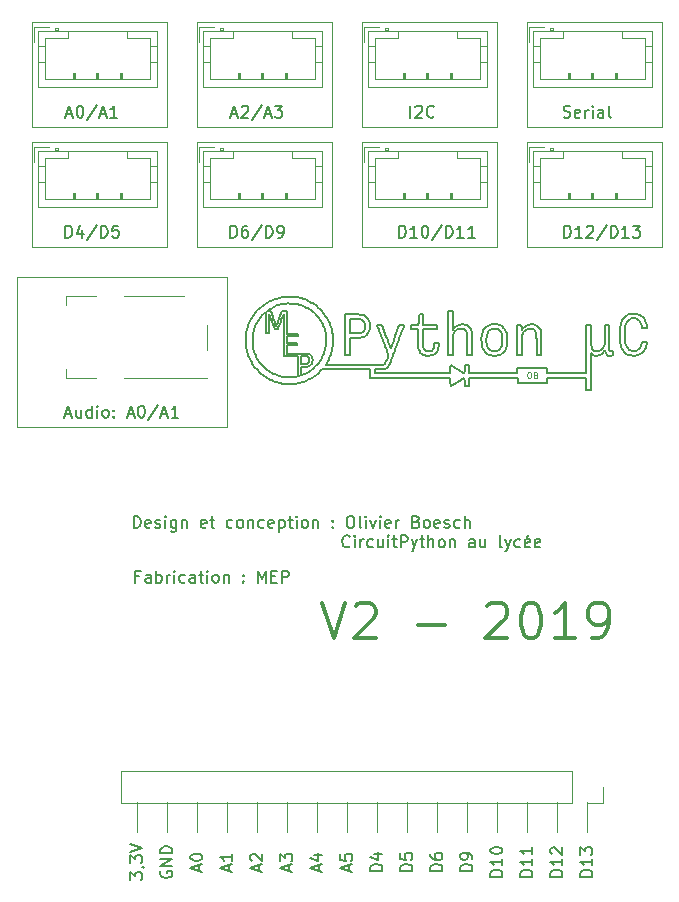
<source format=gbr>
G04 #@! TF.GenerationSoftware,KiCad,Pcbnew,5.1.5-52549c5~84~ubuntu19.10.1*
G04 #@! TF.CreationDate,2019-11-23T11:14:34+01:00*
G04 #@! TF.ProjectId,mep_v2_modif_grove,6d65705f-7632-45f6-9d6f-6469665f6772,rev?*
G04 #@! TF.SameCoordinates,Original*
G04 #@! TF.FileFunction,Legend,Top*
G04 #@! TF.FilePolarity,Positive*
%FSLAX46Y46*%
G04 Gerber Fmt 4.6, Leading zero omitted, Abs format (unit mm)*
G04 Created by KiCad (PCBNEW 5.1.5-52549c5~84~ubuntu19.10.1) date 2019-11-23 11:14:34*
%MOMM*%
%LPD*%
G04 APERTURE LIST*
%ADD10C,0.100000*%
%ADD11C,0.200000*%
%ADD12C,0.300000*%
%ADD13C,0.120000*%
%ADD14C,0.150000*%
G04 APERTURE END LIST*
D10*
X160177714Y-85495843D02*
X160272953Y-85495843D01*
X160320572Y-85519653D01*
X160368191Y-85567272D01*
X160392000Y-85662510D01*
X160392000Y-85829176D01*
X160368191Y-85924414D01*
X160320572Y-85972033D01*
X160272953Y-85995843D01*
X160177714Y-85995843D01*
X160130095Y-85972033D01*
X160082476Y-85924414D01*
X160058667Y-85829176D01*
X160058667Y-85662510D01*
X160082476Y-85567272D01*
X160130095Y-85519653D01*
X160177714Y-85495843D01*
X160772953Y-85733938D02*
X160844381Y-85757748D01*
X160868191Y-85781557D01*
X160892000Y-85829176D01*
X160892000Y-85900605D01*
X160868191Y-85948224D01*
X160844381Y-85972033D01*
X160796762Y-85995843D01*
X160606286Y-85995843D01*
X160606286Y-85495843D01*
X160772953Y-85495843D01*
X160820572Y-85519653D01*
X160844381Y-85543462D01*
X160868191Y-85591081D01*
X160868191Y-85638700D01*
X160844381Y-85686319D01*
X160820572Y-85710129D01*
X160772953Y-85733938D01*
X160606286Y-85733938D01*
D11*
X148425385Y-84796540D02*
X148352196Y-84923763D01*
X148352196Y-84923763D02*
X148267570Y-85038170D01*
X153558216Y-86661430D02*
X153552916Y-86320240D01*
X154736898Y-85980410D02*
X154147557Y-86320920D01*
X159633485Y-82324640D02*
X159616867Y-82509247D01*
X159616867Y-82509247D02*
X159610740Y-82704353D01*
X159610740Y-82704353D02*
X159607031Y-82902049D01*
X159607031Y-82902049D02*
X159604554Y-83099772D01*
X159604554Y-83099772D02*
X159603405Y-83223650D01*
X159720885Y-82148520D02*
X159651364Y-82280847D01*
X159651364Y-82280847D02*
X159633485Y-82324640D01*
X160692696Y-81962680D02*
X160578088Y-81877167D01*
X160578088Y-81877167D02*
X160428126Y-81826984D01*
X160428126Y-81826984D02*
X160226953Y-81824427D01*
X160226953Y-81824427D02*
X160066954Y-81865716D01*
X160066954Y-81865716D02*
X159933428Y-81932805D01*
X159933428Y-81932805D02*
X159821026Y-82021937D01*
X159821026Y-82021937D02*
X159730926Y-82132339D01*
X159730926Y-82132339D02*
X159720885Y-82148520D01*
X160836081Y-83153550D02*
X160835992Y-82947567D01*
X160835992Y-82947567D02*
X160835419Y-82746074D01*
X160835419Y-82746074D02*
X160833384Y-82546201D01*
X160833384Y-82546201D02*
X160827243Y-82350516D01*
X160827243Y-82350516D02*
X160808071Y-82168059D01*
X160808071Y-82168059D02*
X160748473Y-82025457D01*
X160748473Y-82025457D02*
X160692696Y-81962680D01*
X144609544Y-80612790D02*
X145302020Y-80620790D01*
X144609544Y-82333240D02*
X144609544Y-80612790D01*
X146457157Y-82351330D02*
X146346822Y-82441359D01*
X146346822Y-82441359D02*
X146215534Y-82510323D01*
X146215534Y-82510323D02*
X146057619Y-82553455D01*
X146057619Y-82553455D02*
X145880296Y-82576517D01*
X145880296Y-82576517D02*
X145691832Y-82588275D01*
X145691832Y-82588275D02*
X145492183Y-82594462D01*
X145492183Y-82594462D02*
X145488645Y-82594540D01*
X155114973Y-85257470D02*
X155120173Y-85606170D01*
X154933670Y-86666500D02*
X154747498Y-86666500D01*
X159226279Y-86450700D02*
X159226279Y-86214820D01*
X165472031Y-82420160D02*
X165472108Y-82625083D01*
X165472108Y-82625083D02*
X165472659Y-82824658D01*
X165472659Y-82824658D02*
X165474644Y-83025091D01*
X165474644Y-83025091D02*
X165480635Y-83220749D01*
X165480635Y-83220749D02*
X165499318Y-83403769D01*
X165499318Y-83403769D02*
X165556348Y-83547089D01*
X165556348Y-83547089D02*
X165612441Y-83613090D01*
X160462635Y-85134690D02*
X161700251Y-85134690D01*
X154746349Y-84896780D02*
X154928063Y-84902780D01*
X141588595Y-83992720D02*
X141708076Y-84074327D01*
X141708076Y-84074327D02*
X141798216Y-84184709D01*
X141798216Y-84184709D02*
X141857618Y-84326381D01*
X141857618Y-84326381D02*
X141878931Y-84496680D01*
X140587291Y-83940820D02*
X140793042Y-83942202D01*
X140793042Y-83942202D02*
X140995656Y-83943779D01*
X140995656Y-83943779D02*
X141195548Y-83946140D01*
X141195548Y-83946140D02*
X141390076Y-83951617D01*
X141390076Y-83951617D02*
X141561909Y-83979987D01*
X141561909Y-83979987D02*
X141588595Y-83992720D01*
X150336154Y-85605460D02*
X153548064Y-85605460D01*
X142983581Y-84888551D02*
X145392783Y-84893550D01*
X155120533Y-85978940D02*
X155120533Y-86322720D01*
X138438583Y-81224550D02*
X138195539Y-80575870D01*
X138681637Y-81873220D02*
X138438583Y-81224550D01*
X157173406Y-85978940D02*
X155120533Y-85978940D01*
X148116174Y-82491970D02*
X148174646Y-82650486D01*
X148174646Y-82650486D02*
X148230552Y-82801959D01*
X148230552Y-82801959D02*
X148290768Y-82965015D01*
X148290768Y-82965015D02*
X148348620Y-83121550D01*
X148348620Y-83121550D02*
X148403965Y-83271140D01*
X148403965Y-83271140D02*
X148458101Y-83417160D01*
X148458101Y-83417160D02*
X148486784Y-83493850D01*
X151789679Y-81519700D02*
X152369197Y-81519700D01*
X151210159Y-81519700D02*
X151789679Y-81519700D01*
X151210159Y-81067870D02*
X151210159Y-81519700D01*
X144720970Y-85271670D02*
X142691851Y-85271670D01*
X165953331Y-83746770D02*
X166131612Y-83723938D01*
X166131612Y-83723938D02*
X166273463Y-83664172D01*
X166273463Y-83664172D02*
X166386360Y-83576689D01*
X166386360Y-83576689D02*
X166476158Y-83466194D01*
X166476158Y-83466194D02*
X166546011Y-83335724D01*
X166546011Y-83335724D02*
X166556520Y-83310580D01*
X140546205Y-79750510D02*
X140372356Y-79723118D01*
X140372356Y-79723118D02*
X140188541Y-79706354D01*
X140188541Y-79706354D02*
X139996131Y-79697109D01*
X139996131Y-79697109D02*
X139797303Y-79695606D01*
X139797303Y-79695606D02*
X139604740Y-79704035D01*
X139604740Y-79704035D02*
X139528565Y-79711710D01*
X142256600Y-80745880D02*
X142160481Y-80641321D01*
X142160481Y-80641321D02*
X142057240Y-80539508D01*
X142057240Y-80539508D02*
X141951016Y-80444337D01*
X141951016Y-80444337D02*
X141840479Y-80354202D01*
X141840479Y-80354202D02*
X141722777Y-80266964D01*
X141722777Y-80266964D02*
X141598338Y-80183443D01*
X141598338Y-80183443D02*
X141471963Y-80106872D01*
X141471963Y-80106872D02*
X141341970Y-80036024D01*
X141341970Y-80036024D02*
X141203300Y-79968625D01*
X141203300Y-79968625D02*
X141062825Y-79908392D01*
X141062825Y-79908392D02*
X140916780Y-79853887D01*
X140916780Y-79853887D02*
X140760642Y-79804356D01*
X140760642Y-79804356D02*
X140601231Y-79762786D01*
X140601231Y-79762786D02*
X140546205Y-79750510D01*
X141191366Y-85055280D02*
X140906517Y-85066380D01*
X140960027Y-85756360D02*
X141104210Y-85700237D01*
X141104210Y-85700237D02*
X141242675Y-85636295D01*
X141242675Y-85636295D02*
X141279717Y-85618280D01*
X139678723Y-83229440D02*
X139678723Y-83582130D01*
X140130552Y-83229440D02*
X139678723Y-83229440D01*
X151210159Y-80616040D02*
X151210159Y-81067870D01*
X151053002Y-80616040D02*
X151210159Y-80616040D01*
X151968865Y-83679190D02*
X152068122Y-83577390D01*
X152068122Y-83577390D02*
X152130504Y-83439060D01*
X152130504Y-83439060D02*
X152164687Y-83272486D01*
X152164687Y-83272486D02*
X152172802Y-83126970D01*
X165507521Y-83977950D02*
X165407131Y-83887650D01*
X165453031Y-84810560D02*
X165461806Y-85004571D01*
X165461806Y-85004571D02*
X165465975Y-85209930D01*
X165465975Y-85209930D02*
X165468642Y-85412510D01*
X165468642Y-85412510D02*
X165470376Y-85612139D01*
X165470376Y-85612139D02*
X165471397Y-85814428D01*
X165471397Y-85814428D02*
X165471731Y-85994150D01*
X158309331Y-82237010D02*
X158344229Y-82402406D01*
X158344229Y-82402406D02*
X158366904Y-82580631D01*
X158366904Y-82580631D02*
X158375635Y-82773708D01*
X158375635Y-82773708D02*
X158368326Y-82966845D01*
X158368326Y-82966845D02*
X158346316Y-83146413D01*
X158346316Y-83146413D02*
X158310981Y-83312433D01*
X158310981Y-83312433D02*
X158262684Y-83464859D01*
X158262684Y-83464859D02*
X158222681Y-83559400D01*
X158036721Y-81743520D02*
X158129616Y-81852142D01*
X158129616Y-81852142D02*
X158207984Y-81975777D01*
X158207984Y-81975777D02*
X158270887Y-82114360D01*
X158270887Y-82114360D02*
X158309331Y-82237010D01*
X157270555Y-81461620D02*
X157461798Y-81470979D01*
X157461798Y-81470979D02*
X157631695Y-81501659D01*
X157631695Y-81501659D02*
X157778656Y-81555198D01*
X157778656Y-81555198D02*
X157904707Y-81629738D01*
X157904707Y-81629738D02*
X158013672Y-81720828D01*
X158013672Y-81720828D02*
X158036721Y-81743520D01*
X160458987Y-86445700D02*
X159226279Y-86450700D01*
X154746349Y-85243400D02*
X154746349Y-84896780D01*
X157558554Y-81879080D02*
X157407284Y-81829661D01*
X157407284Y-81829661D02*
X157270555Y-81824480D01*
X157955048Y-82787060D02*
X157948260Y-82593713D01*
X157948260Y-82593713D02*
X157925810Y-82415680D01*
X157925810Y-82415680D02*
X157884159Y-82255368D01*
X157884159Y-82255368D02*
X157821047Y-82118031D01*
X157821047Y-82118031D02*
X157732884Y-82003010D01*
X157732884Y-82003010D02*
X157621239Y-81913839D01*
X157621239Y-81913839D02*
X157558554Y-81879080D01*
X157519463Y-83708890D02*
X157653689Y-83642151D01*
X157653689Y-83642151D02*
X157758595Y-83544439D01*
X157758595Y-83544439D02*
X157837174Y-83422107D01*
X157837174Y-83422107D02*
X157894891Y-83274214D01*
X157894891Y-83274214D02*
X157931653Y-83110262D01*
X157931653Y-83110262D02*
X157951034Y-82928594D01*
X157951034Y-82928594D02*
X157955048Y-82787060D01*
X165266101Y-87040230D02*
X165059831Y-87040230D01*
X165472371Y-87040230D02*
X165266101Y-87040230D01*
X154928063Y-84902780D02*
X155109773Y-84908780D01*
X167003721Y-81520070D02*
X167008721Y-82590170D01*
X166809070Y-81520070D02*
X167003721Y-81520070D01*
X142691851Y-85271670D02*
X142508739Y-85450640D01*
X165059491Y-83563120D02*
X165059491Y-81520070D01*
X165059491Y-85606170D02*
X165059491Y-83563120D01*
X145488645Y-82594540D02*
X145022083Y-82604640D01*
X145905442Y-81010460D02*
X145719774Y-80995410D01*
X145719774Y-80995410D02*
X145523529Y-80989953D01*
X145523529Y-80989953D02*
X145414009Y-80989160D01*
X146249876Y-81274420D02*
X146167167Y-81157074D01*
X146167167Y-81157074D02*
X146055526Y-81068357D01*
X146055526Y-81068357D02*
X145911141Y-81011713D01*
X145911141Y-81011713D02*
X145905442Y-81010460D01*
X147124246Y-85438480D02*
X147124246Y-85605460D01*
X139678723Y-82443650D02*
X139678723Y-82728500D01*
X140150197Y-82443650D02*
X139678723Y-82443650D01*
X140582380Y-83229440D02*
X140130552Y-83229440D01*
X140582380Y-83121390D02*
X140582380Y-83229440D01*
X151214038Y-82634530D02*
X151220038Y-83395760D01*
X151208038Y-81873300D02*
X151214038Y-82634530D01*
X151788618Y-81873300D02*
X151208038Y-81873300D01*
X137932369Y-80399870D02*
X137818724Y-80489343D01*
X137818724Y-80489343D02*
X137716675Y-80587937D01*
X137716675Y-80587937D02*
X137613731Y-80694318D01*
X137613731Y-80694318D02*
X137518575Y-80800496D01*
X137518575Y-80800496D02*
X137495015Y-80828960D01*
X137950029Y-81313350D02*
X137949629Y-81108468D01*
X137949629Y-81108468D02*
X137948366Y-80908660D01*
X137948366Y-80908660D02*
X137945925Y-80710396D01*
X137945925Y-80710396D02*
X137941290Y-80514630D01*
X137941290Y-80514630D02*
X137932369Y-80399870D01*
X141579184Y-84998880D02*
X141419176Y-85040813D01*
X141419176Y-85040813D02*
X141231864Y-85053607D01*
X141231864Y-85053607D02*
X141191366Y-85055280D01*
X141878931Y-84496680D02*
X141856022Y-84674146D01*
X141856022Y-84674146D02*
X141795119Y-84814086D01*
X141795119Y-84814086D02*
X141690250Y-84931974D01*
X141690250Y-84931974D02*
X141579184Y-84998880D01*
X141279767Y-85617470D02*
X141412938Y-85548994D01*
X141412938Y-85548994D02*
X141544574Y-85473917D01*
X141544574Y-85473917D02*
X141667074Y-85395301D01*
X141667074Y-85395301D02*
X141783297Y-85311205D01*
X141783297Y-85311205D02*
X141896809Y-85219211D01*
X141896809Y-85219211D02*
X142003738Y-85123693D01*
X142003738Y-85123693D02*
X142106636Y-85024459D01*
X142106636Y-85024459D02*
X142114667Y-85016450D01*
X137950029Y-82226830D02*
X137950029Y-81313350D01*
X141102965Y-84136170D02*
X140906517Y-84142170D01*
X140905417Y-84833930D02*
X141081203Y-84858943D01*
X141081203Y-84858943D02*
X141274199Y-84851723D01*
X141274199Y-84851723D02*
X141394035Y-84830930D01*
X150817271Y-81873300D02*
X150493133Y-81873300D01*
X150817271Y-82645140D02*
X150817271Y-81873300D01*
X148267570Y-85038170D02*
X148163666Y-85134658D01*
X148163666Y-85134658D02*
X148034130Y-85205587D01*
X148034130Y-85205587D02*
X147874693Y-85246835D01*
X147874693Y-85246835D02*
X147692699Y-85265448D01*
X147692699Y-85265448D02*
X147496231Y-85271037D01*
X147496231Y-85271037D02*
X147453295Y-85271210D01*
X163380681Y-85979050D02*
X161701691Y-85979050D01*
X161700251Y-85370430D02*
X161700251Y-85606170D01*
X161700251Y-85134690D02*
X161700251Y-85370430D01*
X149212701Y-81519380D02*
X149426894Y-81519380D01*
X153548064Y-85261680D02*
X153549717Y-85062166D01*
X153549717Y-85062166D02*
X153556864Y-84917901D01*
X159226279Y-85978940D02*
X157173406Y-85978940D01*
X139227451Y-81082730D02*
X139165795Y-81246212D01*
X139165795Y-81246212D02*
X139106469Y-81403449D01*
X139106469Y-81403449D02*
X139042955Y-81571689D01*
X139042955Y-81571689D02*
X138988048Y-81716955D01*
X138988048Y-81716955D02*
X138986524Y-81720980D01*
X139417173Y-80603200D02*
X139357539Y-80744292D01*
X139357539Y-80744292D02*
X139300145Y-80891760D01*
X139300145Y-80891760D02*
X139242674Y-81042421D01*
X139242674Y-81042421D02*
X139227451Y-81082730D01*
X159225015Y-85134690D02*
X160462635Y-85134690D01*
X140901117Y-85417610D02*
X140895717Y-85768860D01*
X140906517Y-85066380D02*
X140901117Y-85417610D01*
X166545280Y-83730830D02*
X166465455Y-83852720D01*
X166465455Y-83852720D02*
X166365513Y-83952966D01*
X166365513Y-83952966D02*
X166243593Y-84031985D01*
X166243593Y-84031985D02*
X166097779Y-84086366D01*
X166097779Y-84086366D02*
X165948611Y-84109010D01*
X166616780Y-83622130D02*
X166545280Y-83730830D01*
X150895284Y-80660240D02*
X151053002Y-80616040D01*
X150866384Y-81067870D02*
X150880836Y-80877393D01*
X150880836Y-80877393D02*
X150893894Y-80688832D01*
X150893894Y-80688832D02*
X150895284Y-80660240D01*
X142692829Y-84231610D02*
X142758303Y-84095575D01*
X142758303Y-84095575D02*
X142818754Y-83952331D01*
X142818754Y-83952331D02*
X142872532Y-83804537D01*
X142872532Y-83804537D02*
X142919996Y-83649746D01*
X142919996Y-83649746D02*
X142961125Y-83484561D01*
X142961125Y-83484561D02*
X142993472Y-83315372D01*
X142993472Y-83315372D02*
X143017200Y-83137135D01*
X143017200Y-83137135D02*
X143030963Y-82950195D01*
X143030963Y-82950195D02*
X143033257Y-82749634D01*
X143033257Y-82749634D02*
X143023262Y-82555817D01*
X143023262Y-82555817D02*
X143003101Y-82375486D01*
X143003101Y-82375486D02*
X142973780Y-82202709D01*
X142973780Y-82202709D02*
X142936613Y-82038624D01*
X142936613Y-82038624D02*
X142892252Y-81881664D01*
X142892252Y-81881664D02*
X142839993Y-81727730D01*
X142839993Y-81727730D02*
X142782511Y-81582959D01*
X142782511Y-81582959D02*
X142719677Y-81444850D01*
X142719677Y-81444850D02*
X142651273Y-81311839D01*
X142651273Y-81311839D02*
X142577693Y-81184033D01*
X142577693Y-81184033D02*
X142498807Y-81060744D01*
X142498807Y-81060744D02*
X142412662Y-80939116D01*
X142412662Y-80939116D02*
X142321425Y-80822400D01*
X142321425Y-80822400D02*
X142256600Y-80745880D01*
X142114667Y-85016450D02*
X142213955Y-84913953D01*
X142213955Y-84913953D02*
X142309759Y-84807337D01*
X142309759Y-84807337D02*
X142400166Y-84696971D01*
X142400166Y-84696971D02*
X142485913Y-84580406D01*
X142485913Y-84580406D02*
X142567156Y-84456171D01*
X142567156Y-84456171D02*
X142640855Y-84329563D01*
X142640855Y-84329563D02*
X142692829Y-84231610D01*
X140437343Y-85891450D02*
X140437314Y-85891560D01*
X139528565Y-79711710D02*
X139354930Y-79738502D01*
X139354930Y-79738502D02*
X139187172Y-79774002D01*
X139187172Y-79774002D02*
X139027402Y-79816864D01*
X139027402Y-79816864D02*
X138875207Y-79866213D01*
X138875207Y-79866213D02*
X138729976Y-79921406D01*
X138729976Y-79921406D02*
X138588992Y-79982963D01*
X138588992Y-79982963D02*
X138450038Y-80051795D01*
X138450038Y-80051795D02*
X138319182Y-80124543D01*
X138319182Y-80124543D02*
X138193890Y-80201966D01*
X138193890Y-80201966D02*
X138166081Y-80220250D01*
X155120533Y-86666500D02*
X154933670Y-86666500D01*
X163379871Y-85606170D02*
X165059491Y-85606170D01*
X161700251Y-85606170D02*
X163379871Y-85606170D01*
X168918741Y-80949921D02*
X168767869Y-80999208D01*
X168767869Y-80999208D02*
X168645199Y-81077330D01*
X168645199Y-81077330D02*
X168547455Y-81179998D01*
X168547455Y-81179998D02*
X168470466Y-81304238D01*
X168470466Y-81304238D02*
X168410387Y-81449496D01*
X168410387Y-81449496D02*
X168366974Y-81606302D01*
X168366974Y-81606302D02*
X168336046Y-81776865D01*
X168336046Y-81776865D02*
X168316039Y-81957065D01*
X168316039Y-81957065D02*
X168305005Y-82149258D01*
X168305005Y-82149258D02*
X168301901Y-82335230D01*
X169745721Y-81593640D02*
X169699615Y-81439572D01*
X169699615Y-81439572D02*
X169638054Y-81300997D01*
X169638054Y-81300997D02*
X169559593Y-81179065D01*
X169559593Y-81179065D02*
X169461841Y-81075979D01*
X169461841Y-81075979D02*
X169341708Y-80996034D01*
X169341708Y-80996034D02*
X169190348Y-80945055D01*
X169190348Y-80945055D02*
X168997405Y-80937884D01*
X168997405Y-80937884D02*
X168918741Y-80949921D01*
X157519463Y-83708890D02*
X157519463Y-83708890D01*
X151386967Y-84085810D02*
X151241469Y-84030175D01*
X151241469Y-84030175D02*
X151115152Y-83954023D01*
X151115152Y-83954023D02*
X151010422Y-83858606D01*
X151010422Y-83858606D02*
X150929658Y-83744040D01*
X140906517Y-84142170D02*
X140901117Y-84475410D01*
X149426894Y-81519380D02*
X149617476Y-81528905D01*
X149617476Y-81528905D02*
X149631252Y-81535280D01*
X149058353Y-83101940D02*
X149004215Y-83250816D01*
X149004215Y-83250816D02*
X148947334Y-83406759D01*
X148947334Y-83406759D02*
X148891665Y-83558902D01*
X148891665Y-83558902D02*
X148835871Y-83710899D01*
X148835871Y-83710899D02*
X148780466Y-83861300D01*
X148780466Y-83861300D02*
X148724537Y-84012543D01*
X148724537Y-84012543D02*
X148669054Y-84161914D01*
X148669054Y-84161914D02*
X148611341Y-84316413D01*
X148611341Y-84316413D02*
X148554209Y-84468164D01*
X148554209Y-84468164D02*
X148498258Y-84614935D01*
X148498258Y-84614935D02*
X148441788Y-84758514D01*
X148441788Y-84758514D02*
X148425385Y-84796540D01*
X153806546Y-81853480D02*
X153891219Y-81737935D01*
X153891219Y-81737935D02*
X153994753Y-81640043D01*
X153994753Y-81640043D02*
X154114802Y-81560022D01*
X154114802Y-81560022D02*
X154255986Y-81497815D01*
X154255986Y-81497815D02*
X154318517Y-81479460D01*
X145988056Y-82171500D02*
X145988058Y-82170980D01*
X145022081Y-82230100D02*
X145449353Y-82223100D01*
X147453295Y-85271210D02*
X147124246Y-85271500D01*
X154718589Y-85579370D02*
X154745496Y-85405970D01*
X154745496Y-85405970D02*
X154746349Y-85243400D01*
X153556864Y-84917901D02*
X153689179Y-84991200D01*
X153689179Y-84991200D02*
X153821350Y-85066590D01*
X153821350Y-85066590D02*
X153954440Y-85143002D01*
X153954440Y-85143002D02*
X154092254Y-85222479D01*
X154092254Y-85222479D02*
X154128267Y-85243300D01*
X170205711Y-81736070D02*
X169992761Y-81736070D01*
X170194711Y-81672170D02*
X170205711Y-81736070D01*
X169496561Y-83573100D02*
X169586774Y-83463191D01*
X169586774Y-83463191D02*
X169658120Y-83334339D01*
X169658120Y-83334339D02*
X169715302Y-83191083D01*
X169715302Y-83191083D02*
X169745631Y-83081770D01*
X157172601Y-85606170D02*
X159225015Y-85606170D01*
X140621669Y-82247250D02*
X140621669Y-82345450D01*
X140150197Y-82247250D02*
X140621669Y-82247250D01*
X148882331Y-82477050D02*
X149212701Y-81519380D01*
X167057921Y-83703480D02*
X167215126Y-83747187D01*
X167215126Y-83747187D02*
X167284801Y-83734480D01*
X165472031Y-81520070D02*
X165472031Y-82420160D01*
X165265761Y-81520070D02*
X165472031Y-81520070D01*
X165059491Y-81520070D02*
X165265761Y-81520070D01*
X137999101Y-80331240D02*
X138158935Y-80337240D01*
X138166081Y-80220250D02*
X137999101Y-80331240D01*
X136948024Y-83803490D02*
X137002430Y-83954460D01*
X137002430Y-83954460D02*
X137062186Y-84096690D01*
X137062186Y-84096690D02*
X137127549Y-84232718D01*
X137127549Y-84232718D02*
X137197977Y-84362573D01*
X137197977Y-84362573D02*
X137273882Y-84487758D01*
X137273882Y-84487758D02*
X137354718Y-84607839D01*
X137354718Y-84607839D02*
X137440944Y-84723788D01*
X137440944Y-84723788D02*
X137532655Y-84835785D01*
X137532655Y-84835785D02*
X137628228Y-84942069D01*
X137628228Y-84942069D02*
X137729463Y-85044747D01*
X137729463Y-85044747D02*
X137833400Y-85140982D01*
X137833400Y-85140982D02*
X137943308Y-85233861D01*
X137943308Y-85233861D02*
X138057448Y-85321731D01*
X138057448Y-85321731D02*
X138176359Y-85404924D01*
X138176359Y-85404924D02*
X138300290Y-85483421D01*
X138300290Y-85483421D02*
X138429532Y-85557119D01*
X138429532Y-85557119D02*
X138565190Y-85626216D01*
X138565190Y-85626216D02*
X138705259Y-85689318D01*
X138705259Y-85689318D02*
X138848750Y-85745830D01*
X138848750Y-85745830D02*
X138999662Y-85796897D01*
X138999662Y-85796897D02*
X139157164Y-85841502D01*
X139157164Y-85841502D02*
X139320331Y-85878761D01*
X139320331Y-85878761D02*
X139491714Y-85908456D01*
X139491714Y-85908456D02*
X139587444Y-85920950D01*
X136802247Y-82816170D02*
X136804250Y-83016609D01*
X136804250Y-83016609D02*
X136813514Y-83208026D01*
X136813514Y-83208026D02*
X136835729Y-83387391D01*
X136835729Y-83387391D02*
X136871881Y-83552304D01*
X136871881Y-83552304D02*
X136917372Y-83708677D01*
X136917372Y-83708677D02*
X136948024Y-83803490D01*
X139678723Y-82247250D02*
X140150197Y-82247250D01*
X139678723Y-81294480D02*
X139678723Y-82247250D01*
X138813544Y-81605500D02*
X138873286Y-81459562D01*
X138873286Y-81459562D02*
X138929892Y-81313200D01*
X138929892Y-81313200D02*
X138987486Y-81162193D01*
X138987486Y-81162193D02*
X139045194Y-81009411D01*
X139045194Y-81009411D02*
X139061684Y-80965520D01*
X138500650Y-80828690D02*
X138557814Y-80981227D01*
X138557814Y-80981227D02*
X138614687Y-81132769D01*
X138614687Y-81132769D02*
X138670906Y-81281973D01*
X138670906Y-81281973D02*
X138726752Y-81428450D01*
X138726752Y-81428450D02*
X138784845Y-81572215D01*
X138784845Y-81572215D02*
X138813544Y-81605500D01*
X167294700Y-84076400D02*
X167125113Y-84107686D01*
X167125113Y-84107686D02*
X166930737Y-84101829D01*
X166930737Y-84101829D02*
X166894560Y-84093600D01*
X167338800Y-83886130D02*
X167315167Y-84062502D01*
X167315167Y-84062502D02*
X167294700Y-84076400D01*
X139423573Y-82371020D02*
X139423526Y-82158434D01*
X139423526Y-82158434D02*
X139423396Y-81958400D01*
X139423396Y-81958400D02*
X139423170Y-81755895D01*
X139423170Y-81755895D02*
X139422827Y-81546560D01*
X139422827Y-81546560D02*
X139422359Y-81341159D01*
X139422359Y-81341159D02*
X139421731Y-81136485D01*
X139421731Y-81136485D02*
X139420881Y-80936124D01*
X139420881Y-80936124D02*
X139419541Y-80732264D01*
X139419541Y-80732264D02*
X139417173Y-80603200D01*
X165059831Y-87040230D02*
X165059681Y-86509450D01*
X141377991Y-84152770D02*
X141191538Y-84135625D01*
X141191538Y-84135625D02*
X141102965Y-84136170D01*
X141610708Y-84495870D02*
X141580384Y-84325707D01*
X141580384Y-84325707D02*
X141494525Y-84210943D01*
X141494525Y-84210943D02*
X141377991Y-84152770D01*
X150837474Y-81475500D02*
X150850175Y-81282192D01*
X150850175Y-81282192D02*
X150864566Y-81091209D01*
X150864566Y-81091209D02*
X150866384Y-81067870D01*
X150502955Y-81519700D02*
X150703217Y-81518869D01*
X150703217Y-81518869D02*
X150837474Y-81475500D01*
X142508739Y-85450640D02*
X142404919Y-85548394D01*
X142404919Y-85548394D02*
X142297282Y-85642388D01*
X142297282Y-85642388D02*
X142184808Y-85733295D01*
X142184808Y-85733295D02*
X142069937Y-85819063D01*
X142069937Y-85819063D02*
X141950616Y-85901179D01*
X141950616Y-85901179D02*
X141826071Y-85979871D01*
X141826071Y-85979871D02*
X141699305Y-86053123D01*
X141699305Y-86053123D02*
X141567319Y-86122542D01*
X141567319Y-86122542D02*
X141431665Y-86187074D01*
X141431665Y-86187074D02*
X141288704Y-86248048D01*
X141288704Y-86248048D02*
X141142864Y-86303238D01*
X141142864Y-86303238D02*
X140992124Y-86353239D01*
X140992124Y-86353239D02*
X140970000Y-86360000D01*
X149631252Y-81535280D02*
X149575801Y-81683456D01*
X149575801Y-81683456D02*
X149517276Y-81842725D01*
X149517276Y-81842725D02*
X149461337Y-81995500D01*
X149461337Y-81995500D02*
X149402128Y-82157518D01*
X149402128Y-82157518D02*
X149345297Y-82313265D01*
X149345297Y-82313265D02*
X149287249Y-82472527D01*
X149287249Y-82472527D02*
X149229071Y-82632301D01*
X149229071Y-82632301D02*
X149164769Y-82809059D01*
X149164769Y-82809059D02*
X149105103Y-82973217D01*
X149105103Y-82973217D02*
X149058353Y-83101940D01*
X169057461Y-83729390D02*
X169241522Y-83713207D01*
X169241522Y-83713207D02*
X169385880Y-83657043D01*
X169385880Y-83657043D02*
X169496561Y-83573100D01*
X168769451Y-83675390D02*
X168920668Y-83724718D01*
X168920668Y-83724718D02*
X169057461Y-83729390D01*
X168301901Y-82335230D02*
X168305427Y-82533946D01*
X168305427Y-82533946D02*
X168316780Y-82723885D01*
X168316780Y-82723885D02*
X168337275Y-82903785D01*
X168337275Y-82903785D02*
X168369147Y-83075100D01*
X168369147Y-83075100D02*
X168413436Y-83230836D01*
X168413436Y-83230836D02*
X168473532Y-83372770D01*
X168473532Y-83372770D02*
X168551528Y-83496269D01*
X168551528Y-83496269D02*
X168650438Y-83598751D01*
X168650438Y-83598751D02*
X168769451Y-83675390D01*
X152172802Y-83126970D02*
X152172802Y-83012710D01*
X151720972Y-84105410D02*
X151521156Y-84103673D01*
X151521156Y-84103673D02*
X151387012Y-84085810D01*
X152321855Y-83888630D02*
X152215172Y-83983072D01*
X152215172Y-83983072D02*
X152086494Y-84054549D01*
X152086494Y-84054549D02*
X151923487Y-84092357D01*
X151923487Y-84092357D02*
X151734984Y-84105033D01*
X151734984Y-84105033D02*
X151720972Y-84105410D01*
X154147557Y-86320920D02*
X153558216Y-86661430D01*
X169992931Y-82934360D02*
X170185478Y-82941911D01*
X170185478Y-82941911D02*
X170197991Y-82978560D01*
X169779821Y-81736070D02*
X169745721Y-81593640D01*
X169992761Y-81736070D02*
X169779821Y-81736070D01*
X141394024Y-84830830D02*
X141520880Y-84755903D01*
X141520880Y-84755903D02*
X141594485Y-84628849D01*
X141594485Y-84628849D02*
X141610708Y-84495870D01*
X140895717Y-85768860D02*
X140960027Y-85756360D01*
X152369197Y-81873300D02*
X151788618Y-81873300D01*
X152369197Y-81696500D02*
X152369197Y-81873300D01*
X152369197Y-81519700D02*
X152369197Y-81696500D01*
X161122334Y-81836570D02*
X161184424Y-81975427D01*
X161184424Y-81975427D02*
X161218911Y-82142564D01*
X161218911Y-82142564D02*
X161231896Y-82330426D01*
X161231896Y-82330426D02*
X161237441Y-82526418D01*
X161237441Y-82526418D02*
X161240376Y-82724946D01*
X161240376Y-82724946D02*
X161242437Y-82935694D01*
X161242437Y-82935694D02*
X161243825Y-83105790D01*
X160724877Y-81500290D02*
X160861562Y-81564249D01*
X160861562Y-81564249D02*
X160975668Y-81650670D01*
X160975668Y-81650670D02*
X161071808Y-81755901D01*
X161071808Y-81755901D02*
X161122334Y-81836570D01*
X159916144Y-81586190D02*
X160051356Y-81520878D01*
X160051356Y-81520878D02*
X160208825Y-81478184D01*
X160208825Y-81478184D02*
X160389400Y-81458723D01*
X160389400Y-81458723D02*
X160580738Y-81468689D01*
X160580738Y-81468689D02*
X160724877Y-81500290D01*
X159643712Y-81882700D02*
X159725506Y-81763689D01*
X159725506Y-81763689D02*
X159823035Y-81660631D01*
X159823035Y-81660631D02*
X159916144Y-81586190D01*
X145392783Y-84893550D02*
X145611375Y-84894052D01*
X145611375Y-84894052D02*
X145845393Y-84894637D01*
X145845393Y-84894637D02*
X146063189Y-84895195D01*
X146063189Y-84895195D02*
X146277472Y-84895719D01*
X146277472Y-84895719D02*
X146485975Y-84896147D01*
X146485975Y-84896147D02*
X146696462Y-84896409D01*
X146696462Y-84896409D02*
X146899163Y-84896361D01*
X146899163Y-84896361D02*
X147100282Y-84895787D01*
X147100282Y-84895787D02*
X147303733Y-84894231D01*
X147303733Y-84894231D02*
X147503079Y-84890798D01*
X147503079Y-84890798D02*
X147695774Y-84883309D01*
X147695774Y-84883309D02*
X147877076Y-84863755D01*
X147877076Y-84863755D02*
X148004275Y-84790583D01*
X148004275Y-84790583D02*
X148038274Y-84733910D01*
X167014721Y-83660280D02*
X167057921Y-83703480D01*
X167008721Y-82590170D02*
X167014721Y-83660280D01*
X139423514Y-84132360D02*
X139423573Y-82371020D01*
X140042239Y-84132360D02*
X139423514Y-84132360D01*
X147124246Y-85271500D02*
X147124246Y-85438480D01*
X147124246Y-85605460D02*
X150336154Y-85605460D01*
X165471731Y-85994150D02*
X165472371Y-87040230D01*
X140685515Y-85823060D02*
X140665837Y-85641572D01*
X140665837Y-85641572D02*
X140662552Y-85443992D01*
X140662552Y-85443992D02*
X140661351Y-85244293D01*
X140661351Y-85244293D02*
X140660981Y-85041461D01*
X140660981Y-85041461D02*
X140660965Y-84977091D01*
X141394035Y-84830930D02*
X141394024Y-84830830D01*
X150929658Y-83744040D02*
X150865989Y-83603759D01*
X150865989Y-83603759D02*
X150833708Y-83435136D01*
X150833708Y-83435136D02*
X150822462Y-83246025D01*
X150822462Y-83246025D02*
X150818646Y-83047406D01*
X150818646Y-83047406D02*
X150817484Y-82848014D01*
X150817484Y-82848014D02*
X150817271Y-82645140D01*
X155120173Y-85606170D02*
X157172601Y-85606170D01*
X146761277Y-85969050D02*
X146755977Y-85620370D01*
X140582380Y-83013350D02*
X140582380Y-83121390D01*
X140130552Y-83013350D02*
X140582380Y-83013350D01*
X145449353Y-82223100D02*
X145648187Y-82218767D01*
X145648187Y-82218767D02*
X145838146Y-82208425D01*
X145838146Y-82208425D02*
X145988056Y-82171500D01*
X144609544Y-84053460D02*
X144609544Y-82333240D01*
X144815813Y-84053460D02*
X144609544Y-84053460D01*
X152565696Y-83012710D02*
X152565163Y-83096210D01*
X152369249Y-83012710D02*
X152565696Y-83012710D01*
X152172802Y-83012710D02*
X152369249Y-83012710D01*
X160836081Y-84053640D02*
X160836081Y-83153550D01*
X161043690Y-84053640D02*
X160836081Y-84053640D01*
X161251325Y-84053640D02*
X161043690Y-84053640D01*
X161243825Y-83105790D02*
X161251325Y-84053640D01*
X155120533Y-86322720D02*
X155120533Y-86666500D01*
X159225015Y-85370430D02*
X159225015Y-85134690D01*
X169379711Y-84082790D02*
X169201332Y-84105820D01*
X169201332Y-84105820D02*
X169004771Y-84109792D01*
X169004771Y-84109792D02*
X168816831Y-84097568D01*
X168816831Y-84097568D02*
X168726081Y-84082050D01*
X170165891Y-83140630D02*
X170126845Y-83302687D01*
X170126845Y-83302687D02*
X170074691Y-83451794D01*
X170074691Y-83451794D02*
X170009621Y-83587901D01*
X170009621Y-83587901D02*
X169931260Y-83711210D01*
X169931260Y-83711210D02*
X169839452Y-83820708D01*
X169839452Y-83820708D02*
X169732116Y-83916611D01*
X169732116Y-83916611D02*
X169608656Y-83996393D01*
X169608656Y-83996393D02*
X169468565Y-84057305D01*
X169468565Y-84057305D02*
X169379711Y-84082790D01*
X170197991Y-82978560D02*
X170165891Y-83140630D01*
X151387012Y-84085810D02*
X151387012Y-84085810D01*
X157559348Y-84091370D02*
X157377250Y-84109533D01*
X157377250Y-84109533D02*
X157177511Y-84108703D01*
X157177511Y-84108703D02*
X156994138Y-84091445D01*
X156994138Y-84091445D02*
X156946421Y-84081370D01*
X158222681Y-83559400D02*
X158150560Y-83687701D01*
X158150560Y-83687701D02*
X158060745Y-83803932D01*
X158060745Y-83803932D02*
X157956996Y-83902764D01*
X157956996Y-83902764D02*
X157838699Y-83984701D01*
X157838699Y-83984701D02*
X157703214Y-84049355D01*
X157703214Y-84049355D02*
X157559348Y-84091370D01*
X153817928Y-82223760D02*
X153754078Y-82353400D01*
X154981886Y-84053650D02*
X154981886Y-83180420D01*
X155178331Y-84053650D02*
X154981886Y-84053650D01*
X155374781Y-84053650D02*
X155178331Y-84053650D01*
X159596962Y-81951700D02*
X159643712Y-81882700D01*
X159568952Y-81735610D02*
X159587323Y-81917880D01*
X159587323Y-81917880D02*
X159596962Y-81951700D01*
X153351318Y-84053590D02*
X153351437Y-82207080D01*
X154128267Y-85243300D02*
X154259057Y-85318808D01*
X154259057Y-85318808D02*
X154389957Y-85394066D01*
X154389957Y-85394066D02*
X154521024Y-85469014D01*
X154521024Y-85469014D02*
X154649241Y-85541617D01*
X154649241Y-85541617D02*
X154718589Y-85579370D01*
X140660965Y-84132360D02*
X140042239Y-84132360D01*
X140660965Y-84977091D02*
X140660965Y-84132360D01*
X140901117Y-84475410D02*
X140899795Y-84674385D01*
X140899795Y-84674385D02*
X140905417Y-84833930D01*
X141279717Y-85618280D02*
X141279767Y-85617470D01*
X136217900Y-83086750D02*
X136207149Y-82894295D01*
X136207149Y-82894295D02*
X136207068Y-82693030D01*
X136207068Y-82693030D02*
X136217803Y-82500467D01*
X136217803Y-82500467D02*
X136238197Y-82315612D01*
X136238197Y-82315612D02*
X136266354Y-82142709D01*
X136266354Y-82142709D02*
X136302524Y-81973612D01*
X136302524Y-81973612D02*
X136344641Y-81813960D01*
X136344641Y-81813960D02*
X136392743Y-81659926D01*
X136392743Y-81659926D02*
X136448136Y-81506369D01*
X136448136Y-81506369D02*
X136508674Y-81358410D01*
X136508674Y-81358410D02*
X136572401Y-81218751D01*
X136572401Y-81218751D02*
X136607455Y-81147440D01*
X169815091Y-80826891D02*
X169909820Y-80932498D01*
X169909820Y-80932498D02*
X169989347Y-81054404D01*
X169989347Y-81054404D02*
X170055763Y-81188502D01*
X170055763Y-81188502D02*
X170111119Y-81333782D01*
X170111119Y-81333782D02*
X170156228Y-81489113D01*
X170156228Y-81489113D02*
X170191854Y-81655898D01*
X170191854Y-81655898D02*
X170194711Y-81672170D01*
X169593381Y-80667211D02*
X169715357Y-80745271D01*
X169715357Y-80745271D02*
X169815091Y-80826891D01*
X168495711Y-80676210D02*
X168638919Y-80618727D01*
X168638919Y-80618727D02*
X168803298Y-80580030D01*
X168803298Y-80580030D02*
X168985844Y-80560961D01*
X168985844Y-80560961D02*
X169182633Y-80564423D01*
X169182633Y-80564423D02*
X169358129Y-80589376D01*
X169358129Y-80589376D02*
X169515779Y-80634120D01*
X169515779Y-80634120D02*
X169593381Y-80667211D01*
X138190439Y-81401350D02*
X138185339Y-82226830D01*
X138195539Y-80575870D02*
X138190439Y-81401350D01*
X139678723Y-83934820D02*
X140587291Y-83940820D01*
X139678723Y-83582130D02*
X139678723Y-83934820D01*
X153552916Y-86320240D02*
X153547616Y-85979050D01*
X156512554Y-81734610D02*
X156621842Y-81639553D01*
X156621842Y-81639553D02*
X156746070Y-81562970D01*
X156746070Y-81562970D02*
X156890769Y-81507009D01*
X156890769Y-81507009D02*
X157058467Y-81473538D01*
X157058467Y-81473538D02*
X157247427Y-81461736D01*
X157247427Y-81461736D02*
X157270555Y-81461620D01*
X156179913Y-82999050D02*
X156169872Y-82806086D01*
X156169872Y-82806086D02*
X156174922Y-82609605D01*
X156174922Y-82609605D02*
X156195381Y-82428005D01*
X156195381Y-82428005D02*
X156230190Y-82261278D01*
X156230190Y-82261278D02*
X156278776Y-82108912D01*
X156278776Y-82108912D02*
X156343243Y-81966616D01*
X156343243Y-81966616D02*
X156421263Y-81841673D01*
X156421263Y-81841673D02*
X156512554Y-81734610D01*
X156946420Y-84081810D02*
X156796456Y-84030458D01*
X156796456Y-84030458D02*
X156664225Y-83961290D01*
X156664225Y-83961290D02*
X156549561Y-83875405D01*
X156549561Y-83875405D02*
X156450840Y-83772727D01*
X156450840Y-83772727D02*
X156366973Y-83652556D01*
X156366973Y-83652556D02*
X156299034Y-83517451D01*
X156299034Y-83517451D02*
X156246232Y-83368306D01*
X156246232Y-83368306D02*
X156207871Y-83206396D01*
X156207871Y-83206396D02*
X156182615Y-83027914D01*
X156182615Y-83027914D02*
X156179913Y-82999050D01*
X153351437Y-80360480D02*
X153547661Y-80360480D01*
X153351437Y-82207080D02*
X153351437Y-80360480D01*
X155253491Y-81830350D02*
X155316771Y-81967384D01*
X155316771Y-81967384D02*
X155352701Y-82133122D01*
X155352701Y-82133122D02*
X155366431Y-82320698D01*
X155366431Y-82320698D02*
X155371617Y-82516860D01*
X155371617Y-82516860D02*
X155373609Y-82717784D01*
X155373609Y-82717784D02*
X155374305Y-82922195D01*
X155374305Y-82922195D02*
X155374485Y-83125430D01*
X146741172Y-81693260D02*
X146717652Y-81871579D01*
X146717652Y-81871579D02*
X146674131Y-82028384D01*
X146674131Y-82028384D02*
X146609684Y-82164074D01*
X146609684Y-82164074D02*
X146525177Y-82280850D01*
X146525177Y-82280850D02*
X146457157Y-82351330D01*
X146296645Y-80741990D02*
X146418511Y-80820170D01*
X146418511Y-80820170D02*
X146521470Y-80919234D01*
X146521470Y-80919234D02*
X146605013Y-81035740D01*
X146605013Y-81035740D02*
X146671097Y-81171815D01*
X146671097Y-81171815D02*
X146717584Y-81326428D01*
X146717584Y-81326428D02*
X146742417Y-81504066D01*
X146742417Y-81504066D02*
X146741172Y-81693260D01*
X145302020Y-80620790D02*
X145504546Y-80623447D01*
X145504546Y-80623447D02*
X145700824Y-80627217D01*
X145700824Y-80627217D02*
X145893248Y-80634973D01*
X145893248Y-80634973D02*
X146072380Y-80655920D01*
X146072380Y-80655920D02*
X146223009Y-80705954D01*
X146223009Y-80705954D02*
X146296645Y-80741990D01*
X147761182Y-81529380D02*
X148116174Y-82491970D01*
X159205783Y-84053640D02*
X159205561Y-82786600D01*
X159401240Y-84053640D02*
X159205783Y-84053640D01*
X159596705Y-84053640D02*
X159401240Y-84053640D01*
X159603405Y-83223650D02*
X159596705Y-84053640D01*
X146750677Y-85271670D02*
X144720970Y-85271670D01*
X146755977Y-85620370D02*
X146750677Y-85271670D01*
X140621669Y-82443650D02*
X140150197Y-82443650D01*
X140621669Y-82345450D02*
X140621669Y-82443650D01*
X167284801Y-83734480D02*
X167338800Y-83719480D01*
X165948611Y-84109010D02*
X165752576Y-84103656D01*
X165752576Y-84103656D02*
X165604850Y-84051308D01*
X165604850Y-84051308D02*
X165507521Y-83977950D01*
X151573838Y-83739590D02*
X151769759Y-83744072D01*
X151769759Y-83744072D02*
X151927691Y-83700845D01*
X151927691Y-83700845D02*
X151968865Y-83679190D01*
X151278968Y-83513630D02*
X151359302Y-83633929D01*
X151359302Y-83633929D02*
X151480738Y-83713200D01*
X151480738Y-83713200D02*
X151573838Y-83739590D01*
X138067685Y-82226830D02*
X137950029Y-82226830D01*
X138185339Y-82226830D02*
X138067685Y-82226830D01*
X155374485Y-83125430D02*
X155374781Y-84053650D01*
X154173004Y-81876610D02*
X154046815Y-81950862D01*
X154046815Y-81950862D02*
X153940785Y-82044961D01*
X153940785Y-82044961D02*
X153854006Y-82158703D01*
X153854006Y-82158703D02*
X153817928Y-82223760D01*
X154451996Y-81824410D02*
X154267797Y-81840534D01*
X154267797Y-81840534D02*
X154173004Y-81876610D01*
X154717199Y-81873910D02*
X154563387Y-81827548D01*
X154563387Y-81827548D02*
X154451996Y-81824410D01*
X143580520Y-82295450D02*
X143598932Y-82477271D01*
X143598932Y-82477271D02*
X143606609Y-82671065D01*
X143606609Y-82671065D02*
X143606014Y-82874569D01*
X143606014Y-82874569D02*
X143598367Y-83069746D01*
X143598367Y-83069746D02*
X143584277Y-83256134D01*
X143584277Y-83256134D02*
X143562505Y-83436299D01*
X143562505Y-83436299D02*
X143541500Y-83554070D01*
X161691691Y-86440700D02*
X160458987Y-86445700D01*
X146307486Y-81606600D02*
X146301255Y-81412485D01*
X146301255Y-81412485D02*
X146249876Y-81274420D01*
X146272666Y-81898120D02*
X146304230Y-81729622D01*
X146304230Y-81729622D02*
X146307486Y-81606600D01*
X145988058Y-82170980D02*
X146115639Y-82096677D01*
X146115639Y-82096677D02*
X146214959Y-81995028D01*
X146214959Y-81995028D02*
X146272666Y-81898120D01*
X166631581Y-83687230D02*
X166616780Y-83622130D01*
X166894560Y-84093600D02*
X166768368Y-84018577D01*
X166768368Y-84018577D02*
X166682773Y-83903890D01*
X166682773Y-83903890D02*
X166635601Y-83750007D01*
X166635601Y-83750007D02*
X166631581Y-83687230D01*
X150168995Y-81873300D02*
X150168995Y-81696500D01*
X150493133Y-81873300D02*
X150168995Y-81873300D01*
X150154446Y-85974050D02*
X146761277Y-85969050D01*
X136846097Y-82192470D02*
X136816409Y-82363120D01*
X136816409Y-82363120D02*
X136804596Y-82553002D01*
X136804596Y-82553002D02*
X136802321Y-82752089D01*
X136802321Y-82752089D02*
X136802247Y-82816170D01*
X137495015Y-80828960D02*
X137407317Y-80942392D01*
X137407317Y-80942392D02*
X137322997Y-81061678D01*
X137322997Y-81061678D02*
X137244440Y-81184085D01*
X137244440Y-81184085D02*
X137169899Y-81313060D01*
X137169899Y-81313060D02*
X137101436Y-81445786D01*
X137101436Y-81445786D02*
X137038605Y-81583533D01*
X137038605Y-81583533D02*
X136981418Y-81727010D01*
X136981418Y-81727010D02*
X136930262Y-81875892D01*
X136930262Y-81875892D02*
X136884629Y-82032748D01*
X136884629Y-82032748D02*
X136846097Y-82192470D01*
X141515682Y-79475580D02*
X141649848Y-79543781D01*
X141649848Y-79543781D02*
X141779053Y-79615571D01*
X141779053Y-79615571D02*
X141904382Y-79691789D01*
X141904382Y-79691789D02*
X142026336Y-79773004D01*
X142026336Y-79773004D02*
X142143394Y-79858246D01*
X142143394Y-79858246D02*
X142256286Y-79947847D01*
X142256286Y-79947847D02*
X142365694Y-80042108D01*
X142365694Y-80042108D02*
X142472998Y-80142013D01*
X142472998Y-80142013D02*
X142574735Y-80243742D01*
X142574735Y-80243742D02*
X142598675Y-80268680D01*
X138986524Y-81720980D02*
X138928834Y-81873220D01*
X139587444Y-85920950D02*
X139777624Y-85930860D01*
X139777624Y-85930860D02*
X139977545Y-85928925D01*
X139977545Y-85928925D02*
X140169232Y-85919754D01*
X140169232Y-85919754D02*
X140354504Y-85903092D01*
X140354504Y-85903092D02*
X140437343Y-85891450D01*
X140437314Y-85891560D02*
X140604672Y-85858350D01*
X140604672Y-85858350D02*
X140685515Y-85823060D01*
X165407131Y-83887650D02*
X165421031Y-84280350D01*
X159225015Y-85606170D02*
X159225015Y-85370430D01*
X148302925Y-84084630D02*
X148249395Y-83932040D01*
X148249395Y-83932040D02*
X148194501Y-83784239D01*
X148194501Y-83784239D02*
X148138333Y-83634678D01*
X148138333Y-83634678D02*
X148082992Y-83488255D01*
X148082992Y-83488255D02*
X148027177Y-83341255D01*
X148027177Y-83341255D02*
X147967159Y-83183788D01*
X147967159Y-83183788D02*
X147909491Y-83032989D01*
X147909491Y-83032989D02*
X147849361Y-82876233D01*
X147849361Y-82876233D02*
X147821630Y-82804090D01*
X139295652Y-80341880D02*
X139487188Y-80341790D01*
X139061684Y-80965520D02*
X139295652Y-80341880D01*
X143541500Y-83554070D02*
X143502509Y-83717182D01*
X143502509Y-83717182D02*
X143457217Y-83874587D01*
X143457217Y-83874587D02*
X143406335Y-84027794D01*
X143406335Y-84027794D02*
X143350227Y-84177526D01*
X143350227Y-84177526D02*
X143290862Y-84319840D01*
X143290862Y-84319840D02*
X143227092Y-84458182D01*
X143227092Y-84458182D02*
X143158846Y-84592298D01*
X143158846Y-84592298D02*
X143086245Y-84721118D01*
X143086245Y-84721118D02*
X143062211Y-84760860D01*
X139187365Y-86445570D02*
X139024708Y-86407278D01*
X139024708Y-86407278D02*
X138867649Y-86363420D01*
X138867649Y-86363420D02*
X138715588Y-86314196D01*
X138715588Y-86314196D02*
X138566850Y-86259273D01*
X138566850Y-86259273D02*
X138423728Y-86199734D01*
X138423728Y-86199734D02*
X138286169Y-86135949D01*
X138286169Y-86135949D02*
X138149983Y-86066045D01*
X138149983Y-86066045D02*
X138021474Y-85993480D01*
X138021474Y-85993480D02*
X137894537Y-85915023D01*
X137894537Y-85915023D02*
X137773244Y-85833243D01*
X137773244Y-85833243D02*
X137657055Y-85748107D01*
X137657055Y-85748107D02*
X137545486Y-85659514D01*
X137545486Y-85659514D02*
X137433825Y-85563446D01*
X137433825Y-85563446D02*
X137327961Y-85464772D01*
X137327961Y-85464772D02*
X137228189Y-85364204D01*
X137228189Y-85364204D02*
X137132084Y-85259505D01*
X137132084Y-85259505D02*
X137040148Y-85151172D01*
X137040148Y-85151172D02*
X136951787Y-85038397D01*
X136951787Y-85038397D02*
X136867529Y-84921677D01*
X136867529Y-84921677D02*
X136786290Y-84799136D01*
X136786290Y-84799136D02*
X136709895Y-84673179D01*
X136709895Y-84673179D02*
X136638450Y-84543923D01*
X136638450Y-84543923D02*
X136570311Y-84407820D01*
X136570311Y-84407820D02*
X136506476Y-84265802D01*
X136506476Y-84265802D02*
X136449022Y-84122198D01*
X136449022Y-84122198D02*
X136396770Y-83973891D01*
X136396770Y-83973891D02*
X136349873Y-83820343D01*
X136349873Y-83820343D02*
X136308596Y-83660982D01*
X136308596Y-83660982D02*
X136273306Y-83495198D01*
X136273306Y-83495198D02*
X136244513Y-83322366D01*
X136244513Y-83322366D02*
X136223017Y-83143659D01*
X136223017Y-83143659D02*
X136217900Y-83086750D01*
X147340335Y-81535380D02*
X147528001Y-81522886D01*
X147528001Y-81522886D02*
X147550759Y-81523380D01*
X153748986Y-81151180D02*
X153754086Y-81941880D01*
X153743886Y-80360480D02*
X153748986Y-81151180D01*
X153547661Y-80360480D02*
X153743886Y-80360480D01*
X154742198Y-86323450D02*
X154736898Y-85980410D01*
X165059681Y-85979050D02*
X163380681Y-85979050D01*
X168726081Y-84082050D02*
X168726051Y-84081920D01*
X169778431Y-82934360D02*
X169992931Y-82934360D01*
X169745631Y-83081770D02*
X169778431Y-82934360D01*
X165421031Y-84280350D02*
X165429622Y-84476322D01*
X165429622Y-84476322D02*
X165440798Y-84668513D01*
X165440798Y-84668513D02*
X165453031Y-84810560D01*
X167338800Y-83719480D02*
X167338800Y-83886130D01*
X145022083Y-84053460D02*
X144815813Y-84053460D01*
X145022083Y-83329050D02*
X145022083Y-84053460D01*
X145022083Y-82604640D02*
X145022083Y-83329050D01*
X159226279Y-86214820D02*
X159226279Y-85978940D01*
X166556520Y-83310580D02*
X166593093Y-83146723D01*
X166593093Y-83146723D02*
X166601043Y-82951987D01*
X166601043Y-82951987D02*
X166604084Y-82749277D01*
X166604084Y-82749277D02*
X166605968Y-82546070D01*
X166605968Y-82546070D02*
X166607421Y-82359880D01*
X168134351Y-81028550D02*
X168220276Y-80911951D01*
X168220276Y-80911951D02*
X168317994Y-80809422D01*
X168317994Y-80809422D02*
X168427399Y-80718522D01*
X168427399Y-80718522D02*
X168495711Y-80676210D01*
X167916651Y-81706600D02*
X167949992Y-81532691D01*
X167949992Y-81532691D02*
X167992916Y-81369630D01*
X167992916Y-81369630D02*
X168044260Y-81218514D01*
X168044260Y-81218514D02*
X168105743Y-81079742D01*
X168105743Y-81079742D02*
X168134351Y-81028550D01*
X167916651Y-82963860D02*
X167897008Y-82783063D01*
X167897008Y-82783063D02*
X167886557Y-82592138D01*
X167886557Y-82592138D02*
X167882232Y-82394407D01*
X167882232Y-82394407D02*
X167883331Y-82194844D01*
X167883331Y-82194844D02*
X167889932Y-82000985D01*
X167889932Y-82000985D02*
X167903465Y-81813241D01*
X167903465Y-81813241D02*
X167916651Y-81706600D01*
X154925309Y-81522860D02*
X155052779Y-81596999D01*
X155052779Y-81596999D02*
X155158394Y-81692569D01*
X155158394Y-81692569D02*
X155242126Y-81809776D01*
X155242126Y-81809776D02*
X155253491Y-81830350D01*
X154613187Y-81463960D02*
X154797319Y-81480409D01*
X154797319Y-81480409D02*
X154925309Y-81522860D01*
X154318517Y-81479460D02*
X154502666Y-81462721D01*
X154502666Y-81462721D02*
X154613187Y-81463960D01*
X153547616Y-85979050D02*
X150154446Y-85974050D01*
X150168995Y-81519700D02*
X150502955Y-81519700D01*
X150168995Y-81696500D02*
X150168995Y-81519700D01*
X154960536Y-82207690D02*
X154905395Y-82062382D01*
X154905395Y-82062382D02*
X154818923Y-81948351D01*
X154818923Y-81948351D02*
X154717199Y-81873910D01*
X154981886Y-83180420D02*
X154981512Y-82979132D01*
X154981512Y-82979132D02*
X154980224Y-82777427D01*
X154980224Y-82777427D02*
X154977646Y-82578985D01*
X154977646Y-82578985D02*
X154972777Y-82383502D01*
X154972777Y-82383502D02*
X154960536Y-82207690D01*
X153754086Y-81941880D02*
X153806546Y-81853480D01*
X165059681Y-86509450D02*
X165059681Y-85979050D01*
X139678723Y-80341710D02*
X139678723Y-81294480D01*
X139487188Y-80341790D02*
X139678723Y-80341710D01*
X153546798Y-84053590D02*
X153351318Y-84053590D01*
X153742278Y-84053590D02*
X153546798Y-84053590D01*
X153748178Y-83203490D02*
X153742278Y-84053590D01*
X153754078Y-82353400D02*
X153748178Y-83203490D01*
X138318767Y-80343240D02*
X138500650Y-80828690D01*
X138158935Y-80337240D02*
X138318767Y-80343240D01*
X136607455Y-81147440D02*
X136677391Y-81014796D01*
X136677391Y-81014796D02*
X136750699Y-80887667D01*
X136750699Y-80887667D02*
X136828796Y-80763516D01*
X136828796Y-80763516D02*
X136910431Y-80644320D01*
X136910431Y-80644320D02*
X137023668Y-80494108D01*
X137023668Y-80494108D02*
X137115169Y-80383697D01*
X137115169Y-80383697D02*
X137210779Y-80277335D01*
X137210779Y-80277335D02*
X137310487Y-80175039D01*
X137310487Y-80175039D02*
X137414269Y-80076824D01*
X137414269Y-80076824D02*
X137522112Y-79982714D01*
X137522112Y-79982714D02*
X137637614Y-79889930D01*
X137637614Y-79889930D02*
X137753183Y-79804537D01*
X137753183Y-79804537D02*
X137873695Y-79722635D01*
X137873695Y-79722635D02*
X137999729Y-79644040D01*
X137999729Y-79644040D02*
X138131925Y-79568642D01*
X138131925Y-79568642D02*
X138246015Y-79508880D01*
X156588936Y-82787060D02*
X156595230Y-82981101D01*
X156595230Y-82981101D02*
X156618140Y-83158740D01*
X156618140Y-83158740D02*
X156663454Y-83318042D01*
X156663454Y-83318042D02*
X156714590Y-83429880D01*
X156982140Y-81879280D02*
X156860387Y-81957527D01*
X156860387Y-81957527D02*
X156762598Y-82061123D01*
X156762598Y-82061123D02*
X156688426Y-82189141D01*
X156688426Y-82189141D02*
X156636634Y-82338991D01*
X156636634Y-82338991D02*
X156604860Y-82507939D01*
X156604860Y-82507939D02*
X156590374Y-82695499D01*
X156590374Y-82695499D02*
X156588936Y-82787060D01*
X157270555Y-81824480D02*
X157084135Y-81838603D01*
X157084135Y-81838603D02*
X156982140Y-81879280D01*
X143062211Y-84760860D02*
X142983581Y-84888551D01*
X142598675Y-80268680D02*
X142695403Y-80374122D01*
X142695403Y-80374122D02*
X142788252Y-80483422D01*
X142788252Y-80483422D02*
X142879086Y-80599244D01*
X142879086Y-80599244D02*
X142963633Y-80716328D01*
X142963633Y-80716328D02*
X143045639Y-80840065D01*
X143045639Y-80840065D02*
X143121287Y-80964914D01*
X143121287Y-80964914D02*
X143192825Y-81094576D01*
X143192825Y-81094576D02*
X143259745Y-81228606D01*
X143259745Y-81228606D02*
X143322470Y-81368546D01*
X143322470Y-81368546D02*
X143380005Y-81512943D01*
X143380005Y-81512943D02*
X143432288Y-81662331D01*
X143432288Y-81662331D02*
X143480218Y-81821063D01*
X143480218Y-81821063D02*
X143521912Y-81984997D01*
X143521912Y-81984997D02*
X143557092Y-82154425D01*
X143557092Y-82154425D02*
X143580520Y-82295450D01*
X165612441Y-83613090D02*
X165723878Y-83702558D01*
X165723878Y-83702558D02*
X165882747Y-83744210D01*
X165882747Y-83744210D02*
X165953331Y-83746770D01*
X155109773Y-84908780D02*
X155114973Y-85257470D01*
X147550759Y-81523380D02*
X147761182Y-81529380D01*
X161701691Y-85979050D02*
X161696691Y-86209870D01*
X147821630Y-82804090D02*
X147754551Y-82629546D01*
X147754551Y-82629546D02*
X147698836Y-82484299D01*
X147698836Y-82484299D02*
X147642875Y-82338146D01*
X147642875Y-82338146D02*
X147585070Y-82186860D01*
X147585070Y-82186860D02*
X147527225Y-82035080D01*
X147527225Y-82035080D02*
X147470651Y-81886133D01*
X147470651Y-81886133D02*
X147414863Y-81738483D01*
X147414863Y-81738483D02*
X147359911Y-81591221D01*
X147359911Y-81591221D02*
X147340335Y-81535380D01*
X154747498Y-86666500D02*
X154742198Y-86323450D01*
X153548064Y-85605460D02*
X153548064Y-85261680D01*
X148038274Y-84733910D02*
X148106424Y-84600782D01*
X148106424Y-84600782D02*
X148167731Y-84460778D01*
X148167731Y-84460778D02*
X148225651Y-84318202D01*
X148225651Y-84318202D02*
X148279944Y-84171000D01*
X148279944Y-84171000D02*
X148302925Y-84084630D01*
X138805211Y-81873220D02*
X138681637Y-81873220D01*
X138928834Y-81873220D02*
X138805211Y-81873220D01*
X159554872Y-81519520D02*
X159568952Y-81735610D01*
X159380213Y-81519520D02*
X159554872Y-81519520D01*
X159205561Y-81519520D02*
X159380213Y-81519520D01*
X159205561Y-82786600D02*
X159205561Y-81519520D01*
X148527184Y-83483850D02*
X148581743Y-83336746D01*
X148581743Y-83336746D02*
X148634281Y-83188908D01*
X148634281Y-83188908D02*
X148687678Y-83037121D01*
X148687678Y-83037121D02*
X148741666Y-82882690D01*
X148741666Y-82882690D02*
X148797220Y-82723004D01*
X148797220Y-82723004D02*
X148850639Y-82568808D01*
X148850639Y-82568808D02*
X148882331Y-82477050D01*
X139678723Y-83013350D02*
X140130552Y-83013350D01*
X139678723Y-82728500D02*
X139678723Y-83013350D01*
X138246015Y-79508880D02*
X138381740Y-79443826D01*
X138381740Y-79443826D02*
X138522173Y-79383237D01*
X138522173Y-79383237D02*
X138668832Y-79326942D01*
X138668832Y-79326942D02*
X138824858Y-79274562D01*
X138824858Y-79274562D02*
X138981441Y-79229504D01*
X138981441Y-79229504D02*
X139145617Y-79190086D01*
X139145617Y-79190086D02*
X139317281Y-79157205D01*
X139317281Y-79157205D02*
X139493829Y-79132087D01*
X139493829Y-79132087D02*
X139677886Y-79115134D01*
X139677886Y-79115134D02*
X139872047Y-79107371D01*
X139872047Y-79107371D02*
X140071463Y-79110177D01*
X140071463Y-79110177D02*
X140260659Y-79122986D01*
X140260659Y-79122986D02*
X140442615Y-79144734D01*
X140442615Y-79144734D02*
X140613890Y-79173814D01*
X140613890Y-79173814D02*
X140780790Y-79210371D01*
X140780790Y-79210371D02*
X140939972Y-79253025D01*
X140939972Y-79253025D02*
X141093731Y-79301699D01*
X141093731Y-79301699D02*
X141240428Y-79355245D01*
X141240428Y-79355245D02*
X141381976Y-79413788D01*
X141381976Y-79413788D02*
X141515682Y-79475580D01*
X161696691Y-86209870D02*
X161691691Y-86440700D01*
X166614421Y-81520070D02*
X166809070Y-81520070D01*
X166607421Y-82359880D02*
X166614421Y-81520070D01*
X168726051Y-84081920D02*
X168574130Y-84032169D01*
X168574130Y-84032169D02*
X168441217Y-83962435D01*
X168441217Y-83962435D02*
X168327303Y-83875654D01*
X168327303Y-83875654D02*
X168229500Y-83772961D01*
X168229500Y-83772961D02*
X168146091Y-83655500D01*
X168146091Y-83655500D02*
X168075943Y-83524722D01*
X168075943Y-83524722D02*
X168018104Y-83382439D01*
X168018104Y-83382439D02*
X167971027Y-83228518D01*
X167971027Y-83228518D02*
X167933759Y-83063103D01*
X167933759Y-83063103D02*
X167916651Y-82963860D01*
X156946421Y-84081370D02*
X156946420Y-84081810D01*
X156714590Y-83429880D02*
X156796179Y-83548745D01*
X156796179Y-83548745D02*
X156901709Y-83643612D01*
X156901709Y-83643612D02*
X157033992Y-83712674D01*
X157033992Y-83712674D02*
X157198186Y-83749262D01*
X157198186Y-83749262D02*
X157390425Y-83741007D01*
X157390425Y-83741007D02*
X157519463Y-83708890D01*
X152485713Y-83651180D02*
X152414858Y-83783081D01*
X152414858Y-83783081D02*
X152321855Y-83888630D01*
X152565163Y-83096210D02*
X152554460Y-83287235D01*
X152554460Y-83287235D02*
X152530666Y-83465903D01*
X152530666Y-83465903D02*
X152493326Y-83629137D01*
X152493326Y-83629137D02*
X152485713Y-83651180D01*
X151220038Y-83395760D02*
X151278968Y-83513630D01*
X139894994Y-86498670D02*
X139693959Y-86497826D01*
X139693959Y-86497826D02*
X139497828Y-86492396D01*
X139497828Y-86492396D02*
X139318213Y-86471874D01*
X139318213Y-86471874D02*
X139187365Y-86445570D01*
X148486784Y-83493850D02*
X148527184Y-83483850D01*
X145022081Y-81609630D02*
X145022081Y-82230100D01*
X145022081Y-80989160D02*
X145022081Y-81609630D01*
X145414009Y-80989160D02*
X145022081Y-80989160D01*
X140970000Y-86360000D02*
X140814404Y-86404913D01*
X140814404Y-86404913D02*
X140653437Y-86444176D01*
X140653437Y-86444176D02*
X140481643Y-86473518D01*
X140481643Y-86473518D02*
X140297823Y-86490298D01*
X140297823Y-86490298D02*
X140102729Y-86497241D01*
X140102729Y-86497241D02*
X139904058Y-86498676D01*
X139904058Y-86498676D02*
X139894994Y-86498670D01*
D12*
X142654285Y-105037142D02*
X143654285Y-108037142D01*
X144654285Y-105037142D01*
X145511428Y-105322857D02*
X145654285Y-105180000D01*
X145940000Y-105037142D01*
X146654285Y-105037142D01*
X146940000Y-105180000D01*
X147082857Y-105322857D01*
X147225714Y-105608571D01*
X147225714Y-105894285D01*
X147082857Y-106322857D01*
X145368571Y-108037142D01*
X147225714Y-108037142D01*
X150797142Y-106894285D02*
X153082857Y-106894285D01*
X156654285Y-105322857D02*
X156797142Y-105180000D01*
X157082857Y-105037142D01*
X157797142Y-105037142D01*
X158082857Y-105180000D01*
X158225714Y-105322857D01*
X158368571Y-105608571D01*
X158368571Y-105894285D01*
X158225714Y-106322857D01*
X156511428Y-108037142D01*
X158368571Y-108037142D01*
X160225714Y-105037142D02*
X160511428Y-105037142D01*
X160797142Y-105180000D01*
X160940000Y-105322857D01*
X161082857Y-105608571D01*
X161225714Y-106180000D01*
X161225714Y-106894285D01*
X161082857Y-107465714D01*
X160940000Y-107751428D01*
X160797142Y-107894285D01*
X160511428Y-108037142D01*
X160225714Y-108037142D01*
X159940000Y-107894285D01*
X159797142Y-107751428D01*
X159654285Y-107465714D01*
X159511428Y-106894285D01*
X159511428Y-106180000D01*
X159654285Y-105608571D01*
X159797142Y-105322857D01*
X159940000Y-105180000D01*
X160225714Y-105037142D01*
X164082857Y-108037142D02*
X162368571Y-108037142D01*
X163225714Y-108037142D02*
X163225714Y-105037142D01*
X162940000Y-105465714D01*
X162654285Y-105751428D01*
X162368571Y-105894285D01*
X165511428Y-108037142D02*
X166082857Y-108037142D01*
X166368571Y-107894285D01*
X166511428Y-107751428D01*
X166797142Y-107322857D01*
X166940000Y-106751428D01*
X166940000Y-105608571D01*
X166797142Y-105322857D01*
X166654285Y-105180000D01*
X166368571Y-105037142D01*
X165797142Y-105037142D01*
X165511428Y-105180000D01*
X165368571Y-105322857D01*
X165225714Y-105608571D01*
X165225714Y-106322857D01*
X165368571Y-106608571D01*
X165511428Y-106751428D01*
X165797142Y-106894285D01*
X166368571Y-106894285D01*
X166654285Y-106751428D01*
X166797142Y-106608571D01*
X166940000Y-106322857D01*
D13*
X118110000Y-74930000D02*
X129540000Y-74930000D01*
X118110000Y-66040000D02*
X118110000Y-74930000D01*
X129540000Y-66040000D02*
X118110000Y-66040000D01*
X129540000Y-74930000D02*
X129540000Y-66040000D01*
X132080000Y-74930000D02*
X143510000Y-74930000D01*
X132080000Y-66040000D02*
X132080000Y-74930000D01*
X143510000Y-66040000D02*
X132080000Y-66040000D01*
X143510000Y-74930000D02*
X143510000Y-66040000D01*
X146050000Y-74930000D02*
X157480000Y-74930000D01*
X146050000Y-66040000D02*
X146050000Y-74930000D01*
X157480000Y-66040000D02*
X146050000Y-66040000D01*
X157480000Y-74930000D02*
X157480000Y-66040000D01*
X171450000Y-74930000D02*
X160020000Y-74930000D01*
X171450000Y-66040000D02*
X171450000Y-74930000D01*
X160020000Y-66040000D02*
X171450000Y-66040000D01*
X160020000Y-74930000D02*
X160020000Y-66040000D01*
X171450000Y-64770000D02*
X160020000Y-64770000D01*
X171450000Y-55880000D02*
X171450000Y-64770000D01*
X160020000Y-55880000D02*
X171450000Y-55880000D01*
X160020000Y-64770000D02*
X160020000Y-55880000D01*
X157480000Y-64770000D02*
X146050000Y-64770000D01*
X157480000Y-55880000D02*
X157480000Y-64770000D01*
X146050000Y-55880000D02*
X157480000Y-55880000D01*
X146050000Y-64770000D02*
X146050000Y-55880000D01*
X143510000Y-64770000D02*
X132080000Y-64770000D01*
X143510000Y-55880000D02*
X143510000Y-64770000D01*
X132080000Y-55880000D02*
X143510000Y-55880000D01*
X132080000Y-64770000D02*
X132080000Y-55880000D01*
X118110000Y-55880000D02*
X118110000Y-64770000D01*
X129540000Y-55880000D02*
X118110000Y-55880000D01*
X129540000Y-64770000D02*
X129540000Y-55880000D01*
X118110000Y-64770000D02*
X129540000Y-64770000D01*
X116840000Y-77470000D02*
X116840000Y-90170000D01*
X134620000Y-77470000D02*
X116840000Y-77470000D01*
X134620000Y-90170000D02*
X134620000Y-77470000D01*
X116840000Y-90170000D02*
X134620000Y-90170000D01*
X127000000Y-124460000D02*
X127000000Y-121920000D01*
X129540000Y-124460000D02*
X129540000Y-121920000D01*
X132080000Y-124460000D02*
X132080000Y-121920000D01*
X134620000Y-124460000D02*
X134620000Y-121920000D01*
X137160000Y-124460000D02*
X137160000Y-121920000D01*
X139700000Y-124460000D02*
X139700000Y-121920000D01*
X142240000Y-124460000D02*
X142240000Y-121920000D01*
X144780000Y-124460000D02*
X144780000Y-121920000D01*
X147320000Y-124460000D02*
X147320000Y-121920000D01*
X149860000Y-124460000D02*
X149860000Y-121920000D01*
X152400000Y-124460000D02*
X152400000Y-121920000D01*
X154940000Y-124460000D02*
X154940000Y-121920000D01*
X157480000Y-124460000D02*
X157480000Y-121920000D01*
X160020000Y-124460000D02*
X160020000Y-121920000D01*
X162560000Y-124460000D02*
X162560000Y-121920000D01*
X165100000Y-124460000D02*
X165100000Y-121920000D01*
D14*
X165552380Y-128214285D02*
X164552380Y-128214285D01*
X164552380Y-127976190D01*
X164600000Y-127833333D01*
X164695238Y-127738095D01*
X164790476Y-127690476D01*
X164980952Y-127642857D01*
X165123809Y-127642857D01*
X165314285Y-127690476D01*
X165409523Y-127738095D01*
X165504761Y-127833333D01*
X165552380Y-127976190D01*
X165552380Y-128214285D01*
X165552380Y-126690476D02*
X165552380Y-127261904D01*
X165552380Y-126976190D02*
X164552380Y-126976190D01*
X164695238Y-127071428D01*
X164790476Y-127166666D01*
X164838095Y-127261904D01*
X164552380Y-126357142D02*
X164552380Y-125738095D01*
X164933333Y-126071428D01*
X164933333Y-125928571D01*
X164980952Y-125833333D01*
X165028571Y-125785714D01*
X165123809Y-125738095D01*
X165361904Y-125738095D01*
X165457142Y-125785714D01*
X165504761Y-125833333D01*
X165552380Y-125928571D01*
X165552380Y-126214285D01*
X165504761Y-126309523D01*
X165457142Y-126357142D01*
X127207142Y-102798571D02*
X126873809Y-102798571D01*
X126873809Y-103322380D02*
X126873809Y-102322380D01*
X127350000Y-102322380D01*
X128159523Y-103322380D02*
X128159523Y-102798571D01*
X128111904Y-102703333D01*
X128016666Y-102655714D01*
X127826190Y-102655714D01*
X127730952Y-102703333D01*
X128159523Y-103274761D02*
X128064285Y-103322380D01*
X127826190Y-103322380D01*
X127730952Y-103274761D01*
X127683333Y-103179523D01*
X127683333Y-103084285D01*
X127730952Y-102989047D01*
X127826190Y-102941428D01*
X128064285Y-102941428D01*
X128159523Y-102893809D01*
X128635714Y-103322380D02*
X128635714Y-102322380D01*
X128635714Y-102703333D02*
X128730952Y-102655714D01*
X128921428Y-102655714D01*
X129016666Y-102703333D01*
X129064285Y-102750952D01*
X129111904Y-102846190D01*
X129111904Y-103131904D01*
X129064285Y-103227142D01*
X129016666Y-103274761D01*
X128921428Y-103322380D01*
X128730952Y-103322380D01*
X128635714Y-103274761D01*
X129540476Y-103322380D02*
X129540476Y-102655714D01*
X129540476Y-102846190D02*
X129588095Y-102750952D01*
X129635714Y-102703333D01*
X129730952Y-102655714D01*
X129826190Y-102655714D01*
X130159523Y-103322380D02*
X130159523Y-102655714D01*
X130159523Y-102322380D02*
X130111904Y-102370000D01*
X130159523Y-102417619D01*
X130207142Y-102370000D01*
X130159523Y-102322380D01*
X130159523Y-102417619D01*
X131064285Y-103274761D02*
X130969047Y-103322380D01*
X130778571Y-103322380D01*
X130683333Y-103274761D01*
X130635714Y-103227142D01*
X130588095Y-103131904D01*
X130588095Y-102846190D01*
X130635714Y-102750952D01*
X130683333Y-102703333D01*
X130778571Y-102655714D01*
X130969047Y-102655714D01*
X131064285Y-102703333D01*
X131921428Y-103322380D02*
X131921428Y-102798571D01*
X131873809Y-102703333D01*
X131778571Y-102655714D01*
X131588095Y-102655714D01*
X131492857Y-102703333D01*
X131921428Y-103274761D02*
X131826190Y-103322380D01*
X131588095Y-103322380D01*
X131492857Y-103274761D01*
X131445238Y-103179523D01*
X131445238Y-103084285D01*
X131492857Y-102989047D01*
X131588095Y-102941428D01*
X131826190Y-102941428D01*
X131921428Y-102893809D01*
X132254761Y-102655714D02*
X132635714Y-102655714D01*
X132397619Y-102322380D02*
X132397619Y-103179523D01*
X132445238Y-103274761D01*
X132540476Y-103322380D01*
X132635714Y-103322380D01*
X132969047Y-103322380D02*
X132969047Y-102655714D01*
X132969047Y-102322380D02*
X132921428Y-102370000D01*
X132969047Y-102417619D01*
X133016666Y-102370000D01*
X132969047Y-102322380D01*
X132969047Y-102417619D01*
X133588095Y-103322380D02*
X133492857Y-103274761D01*
X133445238Y-103227142D01*
X133397619Y-103131904D01*
X133397619Y-102846190D01*
X133445238Y-102750952D01*
X133492857Y-102703333D01*
X133588095Y-102655714D01*
X133730952Y-102655714D01*
X133826190Y-102703333D01*
X133873809Y-102750952D01*
X133921428Y-102846190D01*
X133921428Y-103131904D01*
X133873809Y-103227142D01*
X133826190Y-103274761D01*
X133730952Y-103322380D01*
X133588095Y-103322380D01*
X134350000Y-102655714D02*
X134350000Y-103322380D01*
X134350000Y-102750952D02*
X134397619Y-102703333D01*
X134492857Y-102655714D01*
X134635714Y-102655714D01*
X134730952Y-102703333D01*
X134778571Y-102798571D01*
X134778571Y-103322380D01*
X136016666Y-103227142D02*
X136064285Y-103274761D01*
X136016666Y-103322380D01*
X135969047Y-103274761D01*
X136016666Y-103227142D01*
X136016666Y-103322380D01*
X136016666Y-102703333D02*
X136064285Y-102750952D01*
X136016666Y-102798571D01*
X135969047Y-102750952D01*
X136016666Y-102703333D01*
X136016666Y-102798571D01*
X137254761Y-103322380D02*
X137254761Y-102322380D01*
X137588095Y-103036666D01*
X137921428Y-102322380D01*
X137921428Y-103322380D01*
X138397619Y-102798571D02*
X138730952Y-102798571D01*
X138873809Y-103322380D02*
X138397619Y-103322380D01*
X138397619Y-102322380D01*
X138873809Y-102322380D01*
X139302380Y-103322380D02*
X139302380Y-102322380D01*
X139683333Y-102322380D01*
X139778571Y-102370000D01*
X139826190Y-102417619D01*
X139873809Y-102512857D01*
X139873809Y-102655714D01*
X139826190Y-102750952D01*
X139778571Y-102798571D01*
X139683333Y-102846190D01*
X139302380Y-102846190D01*
X126755714Y-98687380D02*
X126755714Y-97687380D01*
X126993809Y-97687380D01*
X127136666Y-97735000D01*
X127231904Y-97830238D01*
X127279523Y-97925476D01*
X127327142Y-98115952D01*
X127327142Y-98258809D01*
X127279523Y-98449285D01*
X127231904Y-98544523D01*
X127136666Y-98639761D01*
X126993809Y-98687380D01*
X126755714Y-98687380D01*
X128136666Y-98639761D02*
X128041428Y-98687380D01*
X127850952Y-98687380D01*
X127755714Y-98639761D01*
X127708095Y-98544523D01*
X127708095Y-98163571D01*
X127755714Y-98068333D01*
X127850952Y-98020714D01*
X128041428Y-98020714D01*
X128136666Y-98068333D01*
X128184285Y-98163571D01*
X128184285Y-98258809D01*
X127708095Y-98354047D01*
X128565238Y-98639761D02*
X128660476Y-98687380D01*
X128850952Y-98687380D01*
X128946190Y-98639761D01*
X128993809Y-98544523D01*
X128993809Y-98496904D01*
X128946190Y-98401666D01*
X128850952Y-98354047D01*
X128708095Y-98354047D01*
X128612857Y-98306428D01*
X128565238Y-98211190D01*
X128565238Y-98163571D01*
X128612857Y-98068333D01*
X128708095Y-98020714D01*
X128850952Y-98020714D01*
X128946190Y-98068333D01*
X129422380Y-98687380D02*
X129422380Y-98020714D01*
X129422380Y-97687380D02*
X129374761Y-97735000D01*
X129422380Y-97782619D01*
X129470000Y-97735000D01*
X129422380Y-97687380D01*
X129422380Y-97782619D01*
X130327142Y-98020714D02*
X130327142Y-98830238D01*
X130279523Y-98925476D01*
X130231904Y-98973095D01*
X130136666Y-99020714D01*
X129993809Y-99020714D01*
X129898571Y-98973095D01*
X130327142Y-98639761D02*
X130231904Y-98687380D01*
X130041428Y-98687380D01*
X129946190Y-98639761D01*
X129898571Y-98592142D01*
X129850952Y-98496904D01*
X129850952Y-98211190D01*
X129898571Y-98115952D01*
X129946190Y-98068333D01*
X130041428Y-98020714D01*
X130231904Y-98020714D01*
X130327142Y-98068333D01*
X130803333Y-98020714D02*
X130803333Y-98687380D01*
X130803333Y-98115952D02*
X130850952Y-98068333D01*
X130946190Y-98020714D01*
X131089047Y-98020714D01*
X131184285Y-98068333D01*
X131231904Y-98163571D01*
X131231904Y-98687380D01*
X132850952Y-98639761D02*
X132755714Y-98687380D01*
X132565238Y-98687380D01*
X132470000Y-98639761D01*
X132422380Y-98544523D01*
X132422380Y-98163571D01*
X132470000Y-98068333D01*
X132565238Y-98020714D01*
X132755714Y-98020714D01*
X132850952Y-98068333D01*
X132898571Y-98163571D01*
X132898571Y-98258809D01*
X132422380Y-98354047D01*
X133184285Y-98020714D02*
X133565238Y-98020714D01*
X133327142Y-97687380D02*
X133327142Y-98544523D01*
X133374761Y-98639761D01*
X133470000Y-98687380D01*
X133565238Y-98687380D01*
X135089047Y-98639761D02*
X134993809Y-98687380D01*
X134803333Y-98687380D01*
X134708095Y-98639761D01*
X134660476Y-98592142D01*
X134612857Y-98496904D01*
X134612857Y-98211190D01*
X134660476Y-98115952D01*
X134708095Y-98068333D01*
X134803333Y-98020714D01*
X134993809Y-98020714D01*
X135089047Y-98068333D01*
X135660476Y-98687380D02*
X135565238Y-98639761D01*
X135517619Y-98592142D01*
X135470000Y-98496904D01*
X135470000Y-98211190D01*
X135517619Y-98115952D01*
X135565238Y-98068333D01*
X135660476Y-98020714D01*
X135803333Y-98020714D01*
X135898571Y-98068333D01*
X135946190Y-98115952D01*
X135993809Y-98211190D01*
X135993809Y-98496904D01*
X135946190Y-98592142D01*
X135898571Y-98639761D01*
X135803333Y-98687380D01*
X135660476Y-98687380D01*
X136422380Y-98020714D02*
X136422380Y-98687380D01*
X136422380Y-98115952D02*
X136470000Y-98068333D01*
X136565238Y-98020714D01*
X136708095Y-98020714D01*
X136803333Y-98068333D01*
X136850952Y-98163571D01*
X136850952Y-98687380D01*
X137755714Y-98639761D02*
X137660476Y-98687380D01*
X137470000Y-98687380D01*
X137374761Y-98639761D01*
X137327142Y-98592142D01*
X137279523Y-98496904D01*
X137279523Y-98211190D01*
X137327142Y-98115952D01*
X137374761Y-98068333D01*
X137470000Y-98020714D01*
X137660476Y-98020714D01*
X137755714Y-98068333D01*
X138565238Y-98639761D02*
X138470000Y-98687380D01*
X138279523Y-98687380D01*
X138184285Y-98639761D01*
X138136666Y-98544523D01*
X138136666Y-98163571D01*
X138184285Y-98068333D01*
X138279523Y-98020714D01*
X138470000Y-98020714D01*
X138565238Y-98068333D01*
X138612857Y-98163571D01*
X138612857Y-98258809D01*
X138136666Y-98354047D01*
X139041428Y-98020714D02*
X139041428Y-99020714D01*
X139041428Y-98068333D02*
X139136666Y-98020714D01*
X139327142Y-98020714D01*
X139422380Y-98068333D01*
X139470000Y-98115952D01*
X139517619Y-98211190D01*
X139517619Y-98496904D01*
X139470000Y-98592142D01*
X139422380Y-98639761D01*
X139327142Y-98687380D01*
X139136666Y-98687380D01*
X139041428Y-98639761D01*
X139803333Y-98020714D02*
X140184285Y-98020714D01*
X139946190Y-97687380D02*
X139946190Y-98544523D01*
X139993809Y-98639761D01*
X140089047Y-98687380D01*
X140184285Y-98687380D01*
X140517619Y-98687380D02*
X140517619Y-98020714D01*
X140517619Y-97687380D02*
X140470000Y-97735000D01*
X140517619Y-97782619D01*
X140565238Y-97735000D01*
X140517619Y-97687380D01*
X140517619Y-97782619D01*
X141136666Y-98687380D02*
X141041428Y-98639761D01*
X140993809Y-98592142D01*
X140946190Y-98496904D01*
X140946190Y-98211190D01*
X140993809Y-98115952D01*
X141041428Y-98068333D01*
X141136666Y-98020714D01*
X141279523Y-98020714D01*
X141374761Y-98068333D01*
X141422380Y-98115952D01*
X141470000Y-98211190D01*
X141470000Y-98496904D01*
X141422380Y-98592142D01*
X141374761Y-98639761D01*
X141279523Y-98687380D01*
X141136666Y-98687380D01*
X141898571Y-98020714D02*
X141898571Y-98687380D01*
X141898571Y-98115952D02*
X141946190Y-98068333D01*
X142041428Y-98020714D01*
X142184285Y-98020714D01*
X142279523Y-98068333D01*
X142327142Y-98163571D01*
X142327142Y-98687380D01*
X143565238Y-98592142D02*
X143612857Y-98639761D01*
X143565238Y-98687380D01*
X143517619Y-98639761D01*
X143565238Y-98592142D01*
X143565238Y-98687380D01*
X143565238Y-98068333D02*
X143612857Y-98115952D01*
X143565238Y-98163571D01*
X143517619Y-98115952D01*
X143565238Y-98068333D01*
X143565238Y-98163571D01*
X144993809Y-97687380D02*
X145184285Y-97687380D01*
X145279523Y-97735000D01*
X145374761Y-97830238D01*
X145422380Y-98020714D01*
X145422380Y-98354047D01*
X145374761Y-98544523D01*
X145279523Y-98639761D01*
X145184285Y-98687380D01*
X144993809Y-98687380D01*
X144898571Y-98639761D01*
X144803333Y-98544523D01*
X144755714Y-98354047D01*
X144755714Y-98020714D01*
X144803333Y-97830238D01*
X144898571Y-97735000D01*
X144993809Y-97687380D01*
X145993809Y-98687380D02*
X145898571Y-98639761D01*
X145850952Y-98544523D01*
X145850952Y-97687380D01*
X146374761Y-98687380D02*
X146374761Y-98020714D01*
X146374761Y-97687380D02*
X146327142Y-97735000D01*
X146374761Y-97782619D01*
X146422380Y-97735000D01*
X146374761Y-97687380D01*
X146374761Y-97782619D01*
X146755714Y-98020714D02*
X146993809Y-98687380D01*
X147231904Y-98020714D01*
X147612857Y-98687380D02*
X147612857Y-98020714D01*
X147612857Y-97687380D02*
X147565238Y-97735000D01*
X147612857Y-97782619D01*
X147660476Y-97735000D01*
X147612857Y-97687380D01*
X147612857Y-97782619D01*
X148470000Y-98639761D02*
X148374761Y-98687380D01*
X148184285Y-98687380D01*
X148089047Y-98639761D01*
X148041428Y-98544523D01*
X148041428Y-98163571D01*
X148089047Y-98068333D01*
X148184285Y-98020714D01*
X148374761Y-98020714D01*
X148470000Y-98068333D01*
X148517619Y-98163571D01*
X148517619Y-98258809D01*
X148041428Y-98354047D01*
X148946190Y-98687380D02*
X148946190Y-98020714D01*
X148946190Y-98211190D02*
X148993809Y-98115952D01*
X149041428Y-98068333D01*
X149136666Y-98020714D01*
X149231904Y-98020714D01*
X150660476Y-98163571D02*
X150803333Y-98211190D01*
X150850952Y-98258809D01*
X150898571Y-98354047D01*
X150898571Y-98496904D01*
X150850952Y-98592142D01*
X150803333Y-98639761D01*
X150708095Y-98687380D01*
X150327142Y-98687380D01*
X150327142Y-97687380D01*
X150660476Y-97687380D01*
X150755714Y-97735000D01*
X150803333Y-97782619D01*
X150850952Y-97877857D01*
X150850952Y-97973095D01*
X150803333Y-98068333D01*
X150755714Y-98115952D01*
X150660476Y-98163571D01*
X150327142Y-98163571D01*
X151470000Y-98687380D02*
X151374761Y-98639761D01*
X151327142Y-98592142D01*
X151279523Y-98496904D01*
X151279523Y-98211190D01*
X151327142Y-98115952D01*
X151374761Y-98068333D01*
X151470000Y-98020714D01*
X151612857Y-98020714D01*
X151708095Y-98068333D01*
X151755714Y-98115952D01*
X151803333Y-98211190D01*
X151803333Y-98496904D01*
X151755714Y-98592142D01*
X151708095Y-98639761D01*
X151612857Y-98687380D01*
X151470000Y-98687380D01*
X152612857Y-98639761D02*
X152517619Y-98687380D01*
X152327142Y-98687380D01*
X152231904Y-98639761D01*
X152184285Y-98544523D01*
X152184285Y-98163571D01*
X152231904Y-98068333D01*
X152327142Y-98020714D01*
X152517619Y-98020714D01*
X152612857Y-98068333D01*
X152660476Y-98163571D01*
X152660476Y-98258809D01*
X152184285Y-98354047D01*
X153041428Y-98639761D02*
X153136666Y-98687380D01*
X153327142Y-98687380D01*
X153422380Y-98639761D01*
X153470000Y-98544523D01*
X153470000Y-98496904D01*
X153422380Y-98401666D01*
X153327142Y-98354047D01*
X153184285Y-98354047D01*
X153089047Y-98306428D01*
X153041428Y-98211190D01*
X153041428Y-98163571D01*
X153089047Y-98068333D01*
X153184285Y-98020714D01*
X153327142Y-98020714D01*
X153422380Y-98068333D01*
X154327142Y-98639761D02*
X154231904Y-98687380D01*
X154041428Y-98687380D01*
X153946190Y-98639761D01*
X153898571Y-98592142D01*
X153850952Y-98496904D01*
X153850952Y-98211190D01*
X153898571Y-98115952D01*
X153946190Y-98068333D01*
X154041428Y-98020714D01*
X154231904Y-98020714D01*
X154327142Y-98068333D01*
X154755714Y-98687380D02*
X154755714Y-97687380D01*
X155184285Y-98687380D02*
X155184285Y-98163571D01*
X155136666Y-98068333D01*
X155041428Y-98020714D01*
X154898571Y-98020714D01*
X154803333Y-98068333D01*
X154755714Y-98115952D01*
X145017619Y-100242142D02*
X144969999Y-100289761D01*
X144827142Y-100337380D01*
X144731904Y-100337380D01*
X144589047Y-100289761D01*
X144493809Y-100194523D01*
X144446190Y-100099285D01*
X144398571Y-99908809D01*
X144398571Y-99765952D01*
X144446190Y-99575476D01*
X144493809Y-99480238D01*
X144589047Y-99385000D01*
X144731904Y-99337380D01*
X144827142Y-99337380D01*
X144969999Y-99385000D01*
X145017619Y-99432619D01*
X145446190Y-100337380D02*
X145446190Y-99670714D01*
X145446190Y-99337380D02*
X145398571Y-99385000D01*
X145446190Y-99432619D01*
X145493809Y-99385000D01*
X145446190Y-99337380D01*
X145446190Y-99432619D01*
X145922380Y-100337380D02*
X145922380Y-99670714D01*
X145922380Y-99861190D02*
X145970000Y-99765952D01*
X146017619Y-99718333D01*
X146112857Y-99670714D01*
X146208095Y-99670714D01*
X146970000Y-100289761D02*
X146874761Y-100337380D01*
X146684285Y-100337380D01*
X146589047Y-100289761D01*
X146541428Y-100242142D01*
X146493809Y-100146904D01*
X146493809Y-99861190D01*
X146541428Y-99765952D01*
X146589047Y-99718333D01*
X146684285Y-99670714D01*
X146874761Y-99670714D01*
X146970000Y-99718333D01*
X147827142Y-99670714D02*
X147827142Y-100337380D01*
X147398571Y-99670714D02*
X147398571Y-100194523D01*
X147446190Y-100289761D01*
X147541428Y-100337380D01*
X147684285Y-100337380D01*
X147779523Y-100289761D01*
X147827142Y-100242142D01*
X148303333Y-100337380D02*
X148303333Y-99670714D01*
X148303333Y-99337380D02*
X148255714Y-99385000D01*
X148303333Y-99432619D01*
X148350952Y-99385000D01*
X148303333Y-99337380D01*
X148303333Y-99432619D01*
X148636666Y-99670714D02*
X149017619Y-99670714D01*
X148779523Y-99337380D02*
X148779523Y-100194523D01*
X148827142Y-100289761D01*
X148922380Y-100337380D01*
X149017619Y-100337380D01*
X149350952Y-100337380D02*
X149350952Y-99337380D01*
X149731904Y-99337380D01*
X149827142Y-99385000D01*
X149874761Y-99432619D01*
X149922380Y-99527857D01*
X149922380Y-99670714D01*
X149874761Y-99765952D01*
X149827142Y-99813571D01*
X149731904Y-99861190D01*
X149350952Y-99861190D01*
X150255714Y-99670714D02*
X150493809Y-100337380D01*
X150731904Y-99670714D02*
X150493809Y-100337380D01*
X150398571Y-100575476D01*
X150350952Y-100623095D01*
X150255714Y-100670714D01*
X150970000Y-99670714D02*
X151350952Y-99670714D01*
X151112857Y-99337380D02*
X151112857Y-100194523D01*
X151160476Y-100289761D01*
X151255714Y-100337380D01*
X151350952Y-100337380D01*
X151684285Y-100337380D02*
X151684285Y-99337380D01*
X152112857Y-100337380D02*
X152112857Y-99813571D01*
X152065238Y-99718333D01*
X151969999Y-99670714D01*
X151827142Y-99670714D01*
X151731904Y-99718333D01*
X151684285Y-99765952D01*
X152731904Y-100337380D02*
X152636666Y-100289761D01*
X152589047Y-100242142D01*
X152541428Y-100146904D01*
X152541428Y-99861190D01*
X152589047Y-99765952D01*
X152636666Y-99718333D01*
X152731904Y-99670714D01*
X152874761Y-99670714D01*
X152969999Y-99718333D01*
X153017619Y-99765952D01*
X153065238Y-99861190D01*
X153065238Y-100146904D01*
X153017619Y-100242142D01*
X152969999Y-100289761D01*
X152874761Y-100337380D01*
X152731904Y-100337380D01*
X153493809Y-99670714D02*
X153493809Y-100337380D01*
X153493809Y-99765952D02*
X153541428Y-99718333D01*
X153636666Y-99670714D01*
X153779523Y-99670714D01*
X153874761Y-99718333D01*
X153922380Y-99813571D01*
X153922380Y-100337380D01*
X155589047Y-100337380D02*
X155589047Y-99813571D01*
X155541428Y-99718333D01*
X155446190Y-99670714D01*
X155255714Y-99670714D01*
X155160476Y-99718333D01*
X155589047Y-100289761D02*
X155493809Y-100337380D01*
X155255714Y-100337380D01*
X155160476Y-100289761D01*
X155112857Y-100194523D01*
X155112857Y-100099285D01*
X155160476Y-100004047D01*
X155255714Y-99956428D01*
X155493809Y-99956428D01*
X155589047Y-99908809D01*
X156493809Y-99670714D02*
X156493809Y-100337380D01*
X156065238Y-99670714D02*
X156065238Y-100194523D01*
X156112857Y-100289761D01*
X156208095Y-100337380D01*
X156350952Y-100337380D01*
X156446190Y-100289761D01*
X156493809Y-100242142D01*
X157874761Y-100337380D02*
X157779523Y-100289761D01*
X157731904Y-100194523D01*
X157731904Y-99337380D01*
X158160476Y-99670714D02*
X158398571Y-100337380D01*
X158636666Y-99670714D02*
X158398571Y-100337380D01*
X158303333Y-100575476D01*
X158255714Y-100623095D01*
X158160476Y-100670714D01*
X159446190Y-100289761D02*
X159350952Y-100337380D01*
X159160476Y-100337380D01*
X159065238Y-100289761D01*
X159017619Y-100242142D01*
X158969999Y-100146904D01*
X158969999Y-99861190D01*
X159017619Y-99765952D01*
X159065238Y-99718333D01*
X159160476Y-99670714D01*
X159350952Y-99670714D01*
X159446190Y-99718333D01*
X160255714Y-100289761D02*
X160160476Y-100337380D01*
X159969999Y-100337380D01*
X159874761Y-100289761D01*
X159827142Y-100194523D01*
X159827142Y-99813571D01*
X159874761Y-99718333D01*
X159969999Y-99670714D01*
X160160476Y-99670714D01*
X160255714Y-99718333D01*
X160303333Y-99813571D01*
X160303333Y-99908809D01*
X159827142Y-100004047D01*
X160160476Y-99289761D02*
X160017619Y-99432619D01*
X161112857Y-100289761D02*
X161017619Y-100337380D01*
X160827142Y-100337380D01*
X160731904Y-100289761D01*
X160684285Y-100194523D01*
X160684285Y-99813571D01*
X160731904Y-99718333D01*
X160827142Y-99670714D01*
X161017619Y-99670714D01*
X161112857Y-99718333D01*
X161160476Y-99813571D01*
X161160476Y-99908809D01*
X160684285Y-100004047D01*
X157932380Y-128214285D02*
X156932380Y-128214285D01*
X156932380Y-127976190D01*
X156980000Y-127833333D01*
X157075238Y-127738095D01*
X157170476Y-127690476D01*
X157360952Y-127642857D01*
X157503809Y-127642857D01*
X157694285Y-127690476D01*
X157789523Y-127738095D01*
X157884761Y-127833333D01*
X157932380Y-127976190D01*
X157932380Y-128214285D01*
X157932380Y-126690476D02*
X157932380Y-127261904D01*
X157932380Y-126976190D02*
X156932380Y-126976190D01*
X157075238Y-127071428D01*
X157170476Y-127166666D01*
X157218095Y-127261904D01*
X156932380Y-126071428D02*
X156932380Y-125976190D01*
X156980000Y-125880952D01*
X157027619Y-125833333D01*
X157122857Y-125785714D01*
X157313333Y-125738095D01*
X157551428Y-125738095D01*
X157741904Y-125785714D01*
X157837142Y-125833333D01*
X157884761Y-125880952D01*
X157932380Y-125976190D01*
X157932380Y-126071428D01*
X157884761Y-126166666D01*
X157837142Y-126214285D01*
X157741904Y-126261904D01*
X157551428Y-126309523D01*
X157313333Y-126309523D01*
X157122857Y-126261904D01*
X157027619Y-126214285D01*
X156980000Y-126166666D01*
X156932380Y-126071428D01*
X163012380Y-128214285D02*
X162012380Y-128214285D01*
X162012380Y-127976190D01*
X162060000Y-127833333D01*
X162155238Y-127738095D01*
X162250476Y-127690476D01*
X162440952Y-127642857D01*
X162583809Y-127642857D01*
X162774285Y-127690476D01*
X162869523Y-127738095D01*
X162964761Y-127833333D01*
X163012380Y-127976190D01*
X163012380Y-128214285D01*
X163012380Y-126690476D02*
X163012380Y-127261904D01*
X163012380Y-126976190D02*
X162012380Y-126976190D01*
X162155238Y-127071428D01*
X162250476Y-127166666D01*
X162298095Y-127261904D01*
X162107619Y-126309523D02*
X162060000Y-126261904D01*
X162012380Y-126166666D01*
X162012380Y-125928571D01*
X162060000Y-125833333D01*
X162107619Y-125785714D01*
X162202857Y-125738095D01*
X162298095Y-125738095D01*
X162440952Y-125785714D01*
X163012380Y-126357142D01*
X163012380Y-125738095D01*
X160472380Y-128214285D02*
X159472380Y-128214285D01*
X159472380Y-127976190D01*
X159520000Y-127833333D01*
X159615238Y-127738095D01*
X159710476Y-127690476D01*
X159900952Y-127642857D01*
X160043809Y-127642857D01*
X160234285Y-127690476D01*
X160329523Y-127738095D01*
X160424761Y-127833333D01*
X160472380Y-127976190D01*
X160472380Y-128214285D01*
X160472380Y-126690476D02*
X160472380Y-127261904D01*
X160472380Y-126976190D02*
X159472380Y-126976190D01*
X159615238Y-127071428D01*
X159710476Y-127166666D01*
X159758095Y-127261904D01*
X160472380Y-125738095D02*
X160472380Y-126309523D01*
X160472380Y-126023809D02*
X159472380Y-126023809D01*
X159615238Y-126119047D01*
X159710476Y-126214285D01*
X159758095Y-126309523D01*
X155392380Y-127738095D02*
X154392380Y-127738095D01*
X154392380Y-127500000D01*
X154440000Y-127357142D01*
X154535238Y-127261904D01*
X154630476Y-127214285D01*
X154820952Y-127166666D01*
X154963809Y-127166666D01*
X155154285Y-127214285D01*
X155249523Y-127261904D01*
X155344761Y-127357142D01*
X155392380Y-127500000D01*
X155392380Y-127738095D01*
X155392380Y-126690476D02*
X155392380Y-126500000D01*
X155344761Y-126404761D01*
X155297142Y-126357142D01*
X155154285Y-126261904D01*
X154963809Y-126214285D01*
X154582857Y-126214285D01*
X154487619Y-126261904D01*
X154440000Y-126309523D01*
X154392380Y-126404761D01*
X154392380Y-126595238D01*
X154440000Y-126690476D01*
X154487619Y-126738095D01*
X154582857Y-126785714D01*
X154820952Y-126785714D01*
X154916190Y-126738095D01*
X154963809Y-126690476D01*
X155011428Y-126595238D01*
X155011428Y-126404761D01*
X154963809Y-126309523D01*
X154916190Y-126261904D01*
X154820952Y-126214285D01*
X152852380Y-127738095D02*
X151852380Y-127738095D01*
X151852380Y-127500000D01*
X151900000Y-127357142D01*
X151995238Y-127261904D01*
X152090476Y-127214285D01*
X152280952Y-127166666D01*
X152423809Y-127166666D01*
X152614285Y-127214285D01*
X152709523Y-127261904D01*
X152804761Y-127357142D01*
X152852380Y-127500000D01*
X152852380Y-127738095D01*
X151852380Y-126309523D02*
X151852380Y-126500000D01*
X151900000Y-126595238D01*
X151947619Y-126642857D01*
X152090476Y-126738095D01*
X152280952Y-126785714D01*
X152661904Y-126785714D01*
X152757142Y-126738095D01*
X152804761Y-126690476D01*
X152852380Y-126595238D01*
X152852380Y-126404761D01*
X152804761Y-126309523D01*
X152757142Y-126261904D01*
X152661904Y-126214285D01*
X152423809Y-126214285D01*
X152328571Y-126261904D01*
X152280952Y-126309523D01*
X152233333Y-126404761D01*
X152233333Y-126595238D01*
X152280952Y-126690476D01*
X152328571Y-126738095D01*
X152423809Y-126785714D01*
X150312380Y-127738095D02*
X149312380Y-127738095D01*
X149312380Y-127500000D01*
X149360000Y-127357142D01*
X149455238Y-127261904D01*
X149550476Y-127214285D01*
X149740952Y-127166666D01*
X149883809Y-127166666D01*
X150074285Y-127214285D01*
X150169523Y-127261904D01*
X150264761Y-127357142D01*
X150312380Y-127500000D01*
X150312380Y-127738095D01*
X149312380Y-126261904D02*
X149312380Y-126738095D01*
X149788571Y-126785714D01*
X149740952Y-126738095D01*
X149693333Y-126642857D01*
X149693333Y-126404761D01*
X149740952Y-126309523D01*
X149788571Y-126261904D01*
X149883809Y-126214285D01*
X150121904Y-126214285D01*
X150217142Y-126261904D01*
X150264761Y-126309523D01*
X150312380Y-126404761D01*
X150312380Y-126642857D01*
X150264761Y-126738095D01*
X150217142Y-126785714D01*
X147772380Y-127738095D02*
X146772380Y-127738095D01*
X146772380Y-127500000D01*
X146820000Y-127357142D01*
X146915238Y-127261904D01*
X147010476Y-127214285D01*
X147200952Y-127166666D01*
X147343809Y-127166666D01*
X147534285Y-127214285D01*
X147629523Y-127261904D01*
X147724761Y-127357142D01*
X147772380Y-127500000D01*
X147772380Y-127738095D01*
X147105714Y-126309523D02*
X147772380Y-126309523D01*
X146724761Y-126547619D02*
X147439047Y-126785714D01*
X147439047Y-126166666D01*
X144946666Y-127714285D02*
X144946666Y-127238095D01*
X145232380Y-127809523D02*
X144232380Y-127476190D01*
X145232380Y-127142857D01*
X144232380Y-126333333D02*
X144232380Y-126809523D01*
X144708571Y-126857142D01*
X144660952Y-126809523D01*
X144613333Y-126714285D01*
X144613333Y-126476190D01*
X144660952Y-126380952D01*
X144708571Y-126333333D01*
X144803809Y-126285714D01*
X145041904Y-126285714D01*
X145137142Y-126333333D01*
X145184761Y-126380952D01*
X145232380Y-126476190D01*
X145232380Y-126714285D01*
X145184761Y-126809523D01*
X145137142Y-126857142D01*
X142406666Y-127714285D02*
X142406666Y-127238095D01*
X142692380Y-127809523D02*
X141692380Y-127476190D01*
X142692380Y-127142857D01*
X142025714Y-126380952D02*
X142692380Y-126380952D01*
X141644761Y-126619047D02*
X142359047Y-126857142D01*
X142359047Y-126238095D01*
X139866666Y-127714285D02*
X139866666Y-127238095D01*
X140152380Y-127809523D02*
X139152380Y-127476190D01*
X140152380Y-127142857D01*
X139152380Y-126904761D02*
X139152380Y-126285714D01*
X139533333Y-126619047D01*
X139533333Y-126476190D01*
X139580952Y-126380952D01*
X139628571Y-126333333D01*
X139723809Y-126285714D01*
X139961904Y-126285714D01*
X140057142Y-126333333D01*
X140104761Y-126380952D01*
X140152380Y-126476190D01*
X140152380Y-126761904D01*
X140104761Y-126857142D01*
X140057142Y-126904761D01*
X137326666Y-127714285D02*
X137326666Y-127238095D01*
X137612380Y-127809523D02*
X136612380Y-127476190D01*
X137612380Y-127142857D01*
X136707619Y-126857142D02*
X136660000Y-126809523D01*
X136612380Y-126714285D01*
X136612380Y-126476190D01*
X136660000Y-126380952D01*
X136707619Y-126333333D01*
X136802857Y-126285714D01*
X136898095Y-126285714D01*
X137040952Y-126333333D01*
X137612380Y-126904761D01*
X137612380Y-126285714D01*
X134786666Y-127714285D02*
X134786666Y-127238095D01*
X135072380Y-127809523D02*
X134072380Y-127476190D01*
X135072380Y-127142857D01*
X135072380Y-126285714D02*
X135072380Y-126857142D01*
X135072380Y-126571428D02*
X134072380Y-126571428D01*
X134215238Y-126666666D01*
X134310476Y-126761904D01*
X134358095Y-126857142D01*
X132246666Y-127714285D02*
X132246666Y-127238095D01*
X132532380Y-127809523D02*
X131532380Y-127476190D01*
X132532380Y-127142857D01*
X131532380Y-126619047D02*
X131532380Y-126523809D01*
X131580000Y-126428571D01*
X131627619Y-126380952D01*
X131722857Y-126333333D01*
X131913333Y-126285714D01*
X132151428Y-126285714D01*
X132341904Y-126333333D01*
X132437142Y-126380952D01*
X132484761Y-126428571D01*
X132532380Y-126523809D01*
X132532380Y-126619047D01*
X132484761Y-126714285D01*
X132437142Y-126761904D01*
X132341904Y-126809523D01*
X132151428Y-126857142D01*
X131913333Y-126857142D01*
X131722857Y-126809523D01*
X131627619Y-126761904D01*
X131580000Y-126714285D01*
X131532380Y-126619047D01*
X129040000Y-127761904D02*
X128992380Y-127857142D01*
X128992380Y-128000000D01*
X129040000Y-128142857D01*
X129135238Y-128238095D01*
X129230476Y-128285714D01*
X129420952Y-128333333D01*
X129563809Y-128333333D01*
X129754285Y-128285714D01*
X129849523Y-128238095D01*
X129944761Y-128142857D01*
X129992380Y-128000000D01*
X129992380Y-127904761D01*
X129944761Y-127761904D01*
X129897142Y-127714285D01*
X129563809Y-127714285D01*
X129563809Y-127904761D01*
X129992380Y-127285714D02*
X128992380Y-127285714D01*
X129992380Y-126714285D01*
X128992380Y-126714285D01*
X129992380Y-126238095D02*
X128992380Y-126238095D01*
X128992380Y-126000000D01*
X129040000Y-125857142D01*
X129135238Y-125761904D01*
X129230476Y-125714285D01*
X129420952Y-125666666D01*
X129563809Y-125666666D01*
X129754285Y-125714285D01*
X129849523Y-125761904D01*
X129944761Y-125857142D01*
X129992380Y-126000000D01*
X129992380Y-126238095D01*
X126452380Y-128476190D02*
X126452380Y-127857142D01*
X126833333Y-128190476D01*
X126833333Y-128047619D01*
X126880952Y-127952380D01*
X126928571Y-127904761D01*
X127023809Y-127857142D01*
X127261904Y-127857142D01*
X127357142Y-127904761D01*
X127404761Y-127952380D01*
X127452380Y-128047619D01*
X127452380Y-128333333D01*
X127404761Y-128428571D01*
X127357142Y-128476190D01*
X127404761Y-127380952D02*
X127452380Y-127380952D01*
X127547619Y-127428571D01*
X127595238Y-127476190D01*
X126452380Y-127047619D02*
X126452380Y-126428571D01*
X126833333Y-126761904D01*
X126833333Y-126619047D01*
X126880952Y-126523809D01*
X126928571Y-126476190D01*
X127023809Y-126428571D01*
X127261904Y-126428571D01*
X127357142Y-126476190D01*
X127404761Y-126523809D01*
X127452380Y-126619047D01*
X127452380Y-126904761D01*
X127404761Y-127000000D01*
X127357142Y-127047619D01*
X126452380Y-126142857D02*
X127452380Y-125809523D01*
X126452380Y-125476190D01*
X120944285Y-89066666D02*
X121420476Y-89066666D01*
X120849047Y-89352380D02*
X121182380Y-88352380D01*
X121515714Y-89352380D01*
X122277619Y-88685714D02*
X122277619Y-89352380D01*
X121849047Y-88685714D02*
X121849047Y-89209523D01*
X121896666Y-89304761D01*
X121991904Y-89352380D01*
X122134761Y-89352380D01*
X122230000Y-89304761D01*
X122277619Y-89257142D01*
X123182380Y-89352380D02*
X123182380Y-88352380D01*
X123182380Y-89304761D02*
X123087142Y-89352380D01*
X122896666Y-89352380D01*
X122801428Y-89304761D01*
X122753809Y-89257142D01*
X122706190Y-89161904D01*
X122706190Y-88876190D01*
X122753809Y-88780952D01*
X122801428Y-88733333D01*
X122896666Y-88685714D01*
X123087142Y-88685714D01*
X123182380Y-88733333D01*
X123658571Y-89352380D02*
X123658571Y-88685714D01*
X123658571Y-88352380D02*
X123610952Y-88400000D01*
X123658571Y-88447619D01*
X123706190Y-88400000D01*
X123658571Y-88352380D01*
X123658571Y-88447619D01*
X124277619Y-89352380D02*
X124182380Y-89304761D01*
X124134761Y-89257142D01*
X124087142Y-89161904D01*
X124087142Y-88876190D01*
X124134761Y-88780952D01*
X124182380Y-88733333D01*
X124277619Y-88685714D01*
X124420476Y-88685714D01*
X124515714Y-88733333D01*
X124563333Y-88780952D01*
X124610952Y-88876190D01*
X124610952Y-89161904D01*
X124563333Y-89257142D01*
X124515714Y-89304761D01*
X124420476Y-89352380D01*
X124277619Y-89352380D01*
X125039523Y-89257142D02*
X125087142Y-89304761D01*
X125039523Y-89352380D01*
X124991904Y-89304761D01*
X125039523Y-89257142D01*
X125039523Y-89352380D01*
X125039523Y-88733333D02*
X125087142Y-88780952D01*
X125039523Y-88828571D01*
X124991904Y-88780952D01*
X125039523Y-88733333D01*
X125039523Y-88828571D01*
X126230000Y-89066666D02*
X126706190Y-89066666D01*
X126134761Y-89352380D02*
X126468095Y-88352380D01*
X126801428Y-89352380D01*
X127325238Y-88352380D02*
X127420476Y-88352380D01*
X127515714Y-88400000D01*
X127563333Y-88447619D01*
X127610952Y-88542857D01*
X127658571Y-88733333D01*
X127658571Y-88971428D01*
X127610952Y-89161904D01*
X127563333Y-89257142D01*
X127515714Y-89304761D01*
X127420476Y-89352380D01*
X127325238Y-89352380D01*
X127230000Y-89304761D01*
X127182380Y-89257142D01*
X127134761Y-89161904D01*
X127087142Y-88971428D01*
X127087142Y-88733333D01*
X127134761Y-88542857D01*
X127182380Y-88447619D01*
X127230000Y-88400000D01*
X127325238Y-88352380D01*
X128801428Y-88304761D02*
X127944285Y-89590476D01*
X129087142Y-89066666D02*
X129563333Y-89066666D01*
X128991904Y-89352380D02*
X129325238Y-88352380D01*
X129658571Y-89352380D01*
X130515714Y-89352380D02*
X129944285Y-89352380D01*
X130230000Y-89352380D02*
X130230000Y-88352380D01*
X130134761Y-88495238D01*
X130039523Y-88590476D01*
X129944285Y-88638095D01*
X163179523Y-74112380D02*
X163179523Y-73112380D01*
X163417619Y-73112380D01*
X163560476Y-73160000D01*
X163655714Y-73255238D01*
X163703333Y-73350476D01*
X163750952Y-73540952D01*
X163750952Y-73683809D01*
X163703333Y-73874285D01*
X163655714Y-73969523D01*
X163560476Y-74064761D01*
X163417619Y-74112380D01*
X163179523Y-74112380D01*
X164703333Y-74112380D02*
X164131904Y-74112380D01*
X164417619Y-74112380D02*
X164417619Y-73112380D01*
X164322380Y-73255238D01*
X164227142Y-73350476D01*
X164131904Y-73398095D01*
X165084285Y-73207619D02*
X165131904Y-73160000D01*
X165227142Y-73112380D01*
X165465238Y-73112380D01*
X165560476Y-73160000D01*
X165608095Y-73207619D01*
X165655714Y-73302857D01*
X165655714Y-73398095D01*
X165608095Y-73540952D01*
X165036666Y-74112380D01*
X165655714Y-74112380D01*
X166798571Y-73064761D02*
X165941428Y-74350476D01*
X167131904Y-74112380D02*
X167131904Y-73112380D01*
X167370000Y-73112380D01*
X167512857Y-73160000D01*
X167608095Y-73255238D01*
X167655714Y-73350476D01*
X167703333Y-73540952D01*
X167703333Y-73683809D01*
X167655714Y-73874285D01*
X167608095Y-73969523D01*
X167512857Y-74064761D01*
X167370000Y-74112380D01*
X167131904Y-74112380D01*
X168655714Y-74112380D02*
X168084285Y-74112380D01*
X168370000Y-74112380D02*
X168370000Y-73112380D01*
X168274761Y-73255238D01*
X168179523Y-73350476D01*
X168084285Y-73398095D01*
X168989047Y-73112380D02*
X169608095Y-73112380D01*
X169274761Y-73493333D01*
X169417619Y-73493333D01*
X169512857Y-73540952D01*
X169560476Y-73588571D01*
X169608095Y-73683809D01*
X169608095Y-73921904D01*
X169560476Y-74017142D01*
X169512857Y-74064761D01*
X169417619Y-74112380D01*
X169131904Y-74112380D01*
X169036666Y-74064761D01*
X168989047Y-74017142D01*
X149209523Y-74112380D02*
X149209523Y-73112380D01*
X149447619Y-73112380D01*
X149590476Y-73160000D01*
X149685714Y-73255238D01*
X149733333Y-73350476D01*
X149780952Y-73540952D01*
X149780952Y-73683809D01*
X149733333Y-73874285D01*
X149685714Y-73969523D01*
X149590476Y-74064761D01*
X149447619Y-74112380D01*
X149209523Y-74112380D01*
X150733333Y-74112380D02*
X150161904Y-74112380D01*
X150447619Y-74112380D02*
X150447619Y-73112380D01*
X150352380Y-73255238D01*
X150257142Y-73350476D01*
X150161904Y-73398095D01*
X151352380Y-73112380D02*
X151447619Y-73112380D01*
X151542857Y-73160000D01*
X151590476Y-73207619D01*
X151638095Y-73302857D01*
X151685714Y-73493333D01*
X151685714Y-73731428D01*
X151638095Y-73921904D01*
X151590476Y-74017142D01*
X151542857Y-74064761D01*
X151447619Y-74112380D01*
X151352380Y-74112380D01*
X151257142Y-74064761D01*
X151209523Y-74017142D01*
X151161904Y-73921904D01*
X151114285Y-73731428D01*
X151114285Y-73493333D01*
X151161904Y-73302857D01*
X151209523Y-73207619D01*
X151257142Y-73160000D01*
X151352380Y-73112380D01*
X152828571Y-73064761D02*
X151971428Y-74350476D01*
X153161904Y-74112380D02*
X153161904Y-73112380D01*
X153400000Y-73112380D01*
X153542857Y-73160000D01*
X153638095Y-73255238D01*
X153685714Y-73350476D01*
X153733333Y-73540952D01*
X153733333Y-73683809D01*
X153685714Y-73874285D01*
X153638095Y-73969523D01*
X153542857Y-74064761D01*
X153400000Y-74112380D01*
X153161904Y-74112380D01*
X154685714Y-74112380D02*
X154114285Y-74112380D01*
X154400000Y-74112380D02*
X154400000Y-73112380D01*
X154304761Y-73255238D01*
X154209523Y-73350476D01*
X154114285Y-73398095D01*
X155638095Y-74112380D02*
X155066666Y-74112380D01*
X155352380Y-74112380D02*
X155352380Y-73112380D01*
X155257142Y-73255238D01*
X155161904Y-73350476D01*
X155066666Y-73398095D01*
X134921904Y-74112380D02*
X134921904Y-73112380D01*
X135160000Y-73112380D01*
X135302857Y-73160000D01*
X135398095Y-73255238D01*
X135445714Y-73350476D01*
X135493333Y-73540952D01*
X135493333Y-73683809D01*
X135445714Y-73874285D01*
X135398095Y-73969523D01*
X135302857Y-74064761D01*
X135160000Y-74112380D01*
X134921904Y-74112380D01*
X136350476Y-73112380D02*
X136160000Y-73112380D01*
X136064761Y-73160000D01*
X136017142Y-73207619D01*
X135921904Y-73350476D01*
X135874285Y-73540952D01*
X135874285Y-73921904D01*
X135921904Y-74017142D01*
X135969523Y-74064761D01*
X136064761Y-74112380D01*
X136255238Y-74112380D01*
X136350476Y-74064761D01*
X136398095Y-74017142D01*
X136445714Y-73921904D01*
X136445714Y-73683809D01*
X136398095Y-73588571D01*
X136350476Y-73540952D01*
X136255238Y-73493333D01*
X136064761Y-73493333D01*
X135969523Y-73540952D01*
X135921904Y-73588571D01*
X135874285Y-73683809D01*
X137588571Y-73064761D02*
X136731428Y-74350476D01*
X137921904Y-74112380D02*
X137921904Y-73112380D01*
X138160000Y-73112380D01*
X138302857Y-73160000D01*
X138398095Y-73255238D01*
X138445714Y-73350476D01*
X138493333Y-73540952D01*
X138493333Y-73683809D01*
X138445714Y-73874285D01*
X138398095Y-73969523D01*
X138302857Y-74064761D01*
X138160000Y-74112380D01*
X137921904Y-74112380D01*
X138969523Y-74112380D02*
X139160000Y-74112380D01*
X139255238Y-74064761D01*
X139302857Y-74017142D01*
X139398095Y-73874285D01*
X139445714Y-73683809D01*
X139445714Y-73302857D01*
X139398095Y-73207619D01*
X139350476Y-73160000D01*
X139255238Y-73112380D01*
X139064761Y-73112380D01*
X138969523Y-73160000D01*
X138921904Y-73207619D01*
X138874285Y-73302857D01*
X138874285Y-73540952D01*
X138921904Y-73636190D01*
X138969523Y-73683809D01*
X139064761Y-73731428D01*
X139255238Y-73731428D01*
X139350476Y-73683809D01*
X139398095Y-73636190D01*
X139445714Y-73540952D01*
X120951904Y-74112380D02*
X120951904Y-73112380D01*
X121190000Y-73112380D01*
X121332857Y-73160000D01*
X121428095Y-73255238D01*
X121475714Y-73350476D01*
X121523333Y-73540952D01*
X121523333Y-73683809D01*
X121475714Y-73874285D01*
X121428095Y-73969523D01*
X121332857Y-74064761D01*
X121190000Y-74112380D01*
X120951904Y-74112380D01*
X122380476Y-73445714D02*
X122380476Y-74112380D01*
X122142380Y-73064761D02*
X121904285Y-73779047D01*
X122523333Y-73779047D01*
X123618571Y-73064761D02*
X122761428Y-74350476D01*
X123951904Y-74112380D02*
X123951904Y-73112380D01*
X124190000Y-73112380D01*
X124332857Y-73160000D01*
X124428095Y-73255238D01*
X124475714Y-73350476D01*
X124523333Y-73540952D01*
X124523333Y-73683809D01*
X124475714Y-73874285D01*
X124428095Y-73969523D01*
X124332857Y-74064761D01*
X124190000Y-74112380D01*
X123951904Y-74112380D01*
X125428095Y-73112380D02*
X124951904Y-73112380D01*
X124904285Y-73588571D01*
X124951904Y-73540952D01*
X125047142Y-73493333D01*
X125285238Y-73493333D01*
X125380476Y-73540952D01*
X125428095Y-73588571D01*
X125475714Y-73683809D01*
X125475714Y-73921904D01*
X125428095Y-74017142D01*
X125380476Y-74064761D01*
X125285238Y-74112380D01*
X125047142Y-74112380D01*
X124951904Y-74064761D01*
X124904285Y-74017142D01*
X163123809Y-63904761D02*
X163266666Y-63952380D01*
X163504761Y-63952380D01*
X163600000Y-63904761D01*
X163647619Y-63857142D01*
X163695238Y-63761904D01*
X163695238Y-63666666D01*
X163647619Y-63571428D01*
X163600000Y-63523809D01*
X163504761Y-63476190D01*
X163314285Y-63428571D01*
X163219047Y-63380952D01*
X163171428Y-63333333D01*
X163123809Y-63238095D01*
X163123809Y-63142857D01*
X163171428Y-63047619D01*
X163219047Y-63000000D01*
X163314285Y-62952380D01*
X163552380Y-62952380D01*
X163695238Y-63000000D01*
X164504761Y-63904761D02*
X164409523Y-63952380D01*
X164219047Y-63952380D01*
X164123809Y-63904761D01*
X164076190Y-63809523D01*
X164076190Y-63428571D01*
X164123809Y-63333333D01*
X164219047Y-63285714D01*
X164409523Y-63285714D01*
X164504761Y-63333333D01*
X164552380Y-63428571D01*
X164552380Y-63523809D01*
X164076190Y-63619047D01*
X164980952Y-63952380D02*
X164980952Y-63285714D01*
X164980952Y-63476190D02*
X165028571Y-63380952D01*
X165076190Y-63333333D01*
X165171428Y-63285714D01*
X165266666Y-63285714D01*
X165600000Y-63952380D02*
X165600000Y-63285714D01*
X165600000Y-62952380D02*
X165552380Y-63000000D01*
X165600000Y-63047619D01*
X165647619Y-63000000D01*
X165600000Y-62952380D01*
X165600000Y-63047619D01*
X166504761Y-63952380D02*
X166504761Y-63428571D01*
X166457142Y-63333333D01*
X166361904Y-63285714D01*
X166171428Y-63285714D01*
X166076190Y-63333333D01*
X166504761Y-63904761D02*
X166409523Y-63952380D01*
X166171428Y-63952380D01*
X166076190Y-63904761D01*
X166028571Y-63809523D01*
X166028571Y-63714285D01*
X166076190Y-63619047D01*
X166171428Y-63571428D01*
X166409523Y-63571428D01*
X166504761Y-63523809D01*
X167123809Y-63952380D02*
X167028571Y-63904761D01*
X166980952Y-63809523D01*
X166980952Y-62952380D01*
X150153809Y-63952380D02*
X150153809Y-62952380D01*
X150582380Y-63047619D02*
X150630000Y-63000000D01*
X150725238Y-62952380D01*
X150963333Y-62952380D01*
X151058571Y-63000000D01*
X151106190Y-63047619D01*
X151153809Y-63142857D01*
X151153809Y-63238095D01*
X151106190Y-63380952D01*
X150534761Y-63952380D01*
X151153809Y-63952380D01*
X152153809Y-63857142D02*
X152106190Y-63904761D01*
X151963333Y-63952380D01*
X151868095Y-63952380D01*
X151725238Y-63904761D01*
X151630000Y-63809523D01*
X151582380Y-63714285D01*
X151534761Y-63523809D01*
X151534761Y-63380952D01*
X151582380Y-63190476D01*
X151630000Y-63095238D01*
X151725238Y-63000000D01*
X151868095Y-62952380D01*
X151963333Y-62952380D01*
X152106190Y-63000000D01*
X152153809Y-63047619D01*
X135017142Y-63666666D02*
X135493333Y-63666666D01*
X134921904Y-63952380D02*
X135255238Y-62952380D01*
X135588571Y-63952380D01*
X135874285Y-63047619D02*
X135921904Y-63000000D01*
X136017142Y-62952380D01*
X136255238Y-62952380D01*
X136350476Y-63000000D01*
X136398095Y-63047619D01*
X136445714Y-63142857D01*
X136445714Y-63238095D01*
X136398095Y-63380952D01*
X135826666Y-63952380D01*
X136445714Y-63952380D01*
X137588571Y-62904761D02*
X136731428Y-64190476D01*
X137874285Y-63666666D02*
X138350476Y-63666666D01*
X137779047Y-63952380D02*
X138112380Y-62952380D01*
X138445714Y-63952380D01*
X138683809Y-62952380D02*
X139302857Y-62952380D01*
X138969523Y-63333333D01*
X139112380Y-63333333D01*
X139207619Y-63380952D01*
X139255238Y-63428571D01*
X139302857Y-63523809D01*
X139302857Y-63761904D01*
X139255238Y-63857142D01*
X139207619Y-63904761D01*
X139112380Y-63952380D01*
X138826666Y-63952380D01*
X138731428Y-63904761D01*
X138683809Y-63857142D01*
X121047142Y-63666666D02*
X121523333Y-63666666D01*
X120951904Y-63952380D02*
X121285238Y-62952380D01*
X121618571Y-63952380D01*
X122142380Y-62952380D02*
X122237619Y-62952380D01*
X122332857Y-63000000D01*
X122380476Y-63047619D01*
X122428095Y-63142857D01*
X122475714Y-63333333D01*
X122475714Y-63571428D01*
X122428095Y-63761904D01*
X122380476Y-63857142D01*
X122332857Y-63904761D01*
X122237619Y-63952380D01*
X122142380Y-63952380D01*
X122047142Y-63904761D01*
X121999523Y-63857142D01*
X121951904Y-63761904D01*
X121904285Y-63571428D01*
X121904285Y-63333333D01*
X121951904Y-63142857D01*
X121999523Y-63047619D01*
X122047142Y-63000000D01*
X122142380Y-62952380D01*
X123618571Y-62904761D02*
X122761428Y-64190476D01*
X123904285Y-63666666D02*
X124380476Y-63666666D01*
X123809047Y-63952380D02*
X124142380Y-62952380D01*
X124475714Y-63952380D01*
X125332857Y-63952380D02*
X124761428Y-63952380D01*
X125047142Y-63952380D02*
X125047142Y-62952380D01*
X124951904Y-63095238D01*
X124856666Y-63190476D01*
X124761428Y-63238095D01*
D13*
X166430000Y-120650000D02*
X166430000Y-121980000D01*
X166430000Y-121980000D02*
X165100000Y-121980000D01*
X163830000Y-121980000D02*
X125670000Y-121980000D01*
X125670000Y-119320000D02*
X125670000Y-121980000D01*
X163830000Y-119320000D02*
X125670000Y-119320000D01*
X163830000Y-119320000D02*
X163830000Y-121980000D01*
X132930000Y-81500000D02*
X132930000Y-83600000D01*
X125930000Y-86000000D02*
X132930000Y-86000000D01*
X125930000Y-79100000D02*
X131030000Y-79100000D01*
X121030000Y-79100000D02*
X123530000Y-79100000D01*
X121030000Y-79850000D02*
X121030000Y-79100000D01*
X121030000Y-86000000D02*
X121030000Y-85250000D01*
X123530000Y-86000000D02*
X121030000Y-86000000D01*
X118590000Y-56610000D02*
X118590000Y-61330000D01*
X118590000Y-61330000D02*
X128710000Y-61330000D01*
X128710000Y-61330000D02*
X128710000Y-56610000D01*
X128710000Y-56610000D02*
X118590000Y-56610000D01*
X120350000Y-56610000D02*
X120350000Y-56410000D01*
X120350000Y-56410000D02*
X120050000Y-56410000D01*
X120050000Y-56410000D02*
X120050000Y-56610000D01*
X120350000Y-56510000D02*
X120050000Y-56510000D01*
X121150000Y-56610000D02*
X121150000Y-57220000D01*
X121150000Y-57220000D02*
X119200000Y-57220000D01*
X119200000Y-57220000D02*
X119200000Y-60720000D01*
X119200000Y-60720000D02*
X128100000Y-60720000D01*
X128100000Y-60720000D02*
X128100000Y-57220000D01*
X128100000Y-57220000D02*
X126150000Y-57220000D01*
X126150000Y-57220000D02*
X126150000Y-56610000D01*
X118590000Y-57920000D02*
X119200000Y-57920000D01*
X118590000Y-59220000D02*
X119200000Y-59220000D01*
X128710000Y-57920000D02*
X128100000Y-57920000D01*
X128710000Y-59220000D02*
X128100000Y-59220000D01*
X121550000Y-60720000D02*
X121550000Y-60220000D01*
X121550000Y-60220000D02*
X121750000Y-60220000D01*
X121750000Y-60220000D02*
X121750000Y-60720000D01*
X121650000Y-60720000D02*
X121650000Y-60220000D01*
X123550000Y-60720000D02*
X123550000Y-60220000D01*
X123550000Y-60220000D02*
X123750000Y-60220000D01*
X123750000Y-60220000D02*
X123750000Y-60720000D01*
X123650000Y-60720000D02*
X123650000Y-60220000D01*
X125550000Y-60720000D02*
X125550000Y-60220000D01*
X125550000Y-60220000D02*
X125750000Y-60220000D01*
X125750000Y-60220000D02*
X125750000Y-60720000D01*
X125650000Y-60720000D02*
X125650000Y-60220000D01*
X119540000Y-56310000D02*
X118290000Y-56310000D01*
X118290000Y-56310000D02*
X118290000Y-57560000D01*
X132260000Y-56310000D02*
X132260000Y-57560000D01*
X133510000Y-56310000D02*
X132260000Y-56310000D01*
X139620000Y-60720000D02*
X139620000Y-60220000D01*
X139720000Y-60220000D02*
X139720000Y-60720000D01*
X139520000Y-60220000D02*
X139720000Y-60220000D01*
X139520000Y-60720000D02*
X139520000Y-60220000D01*
X137620000Y-60720000D02*
X137620000Y-60220000D01*
X137720000Y-60220000D02*
X137720000Y-60720000D01*
X137520000Y-60220000D02*
X137720000Y-60220000D01*
X137520000Y-60720000D02*
X137520000Y-60220000D01*
X135620000Y-60720000D02*
X135620000Y-60220000D01*
X135720000Y-60220000D02*
X135720000Y-60720000D01*
X135520000Y-60220000D02*
X135720000Y-60220000D01*
X135520000Y-60720000D02*
X135520000Y-60220000D01*
X142680000Y-59220000D02*
X142070000Y-59220000D01*
X142680000Y-57920000D02*
X142070000Y-57920000D01*
X132560000Y-59220000D02*
X133170000Y-59220000D01*
X132560000Y-57920000D02*
X133170000Y-57920000D01*
X140120000Y-57220000D02*
X140120000Y-56610000D01*
X142070000Y-57220000D02*
X140120000Y-57220000D01*
X142070000Y-60720000D02*
X142070000Y-57220000D01*
X133170000Y-60720000D02*
X142070000Y-60720000D01*
X133170000Y-57220000D02*
X133170000Y-60720000D01*
X135120000Y-57220000D02*
X133170000Y-57220000D01*
X135120000Y-56610000D02*
X135120000Y-57220000D01*
X134320000Y-56510000D02*
X134020000Y-56510000D01*
X134020000Y-56410000D02*
X134020000Y-56610000D01*
X134320000Y-56410000D02*
X134020000Y-56410000D01*
X134320000Y-56610000D02*
X134320000Y-56410000D01*
X142680000Y-56610000D02*
X132560000Y-56610000D01*
X142680000Y-61330000D02*
X142680000Y-56610000D01*
X132560000Y-61330000D02*
X142680000Y-61330000D01*
X132560000Y-56610000D02*
X132560000Y-61330000D01*
X118290000Y-66470000D02*
X118290000Y-67720000D01*
X119540000Y-66470000D02*
X118290000Y-66470000D01*
X125650000Y-70880000D02*
X125650000Y-70380000D01*
X125750000Y-70380000D02*
X125750000Y-70880000D01*
X125550000Y-70380000D02*
X125750000Y-70380000D01*
X125550000Y-70880000D02*
X125550000Y-70380000D01*
X123650000Y-70880000D02*
X123650000Y-70380000D01*
X123750000Y-70380000D02*
X123750000Y-70880000D01*
X123550000Y-70380000D02*
X123750000Y-70380000D01*
X123550000Y-70880000D02*
X123550000Y-70380000D01*
X121650000Y-70880000D02*
X121650000Y-70380000D01*
X121750000Y-70380000D02*
X121750000Y-70880000D01*
X121550000Y-70380000D02*
X121750000Y-70380000D01*
X121550000Y-70880000D02*
X121550000Y-70380000D01*
X128710000Y-69380000D02*
X128100000Y-69380000D01*
X128710000Y-68080000D02*
X128100000Y-68080000D01*
X118590000Y-69380000D02*
X119200000Y-69380000D01*
X118590000Y-68080000D02*
X119200000Y-68080000D01*
X126150000Y-67380000D02*
X126150000Y-66770000D01*
X128100000Y-67380000D02*
X126150000Y-67380000D01*
X128100000Y-70880000D02*
X128100000Y-67380000D01*
X119200000Y-70880000D02*
X128100000Y-70880000D01*
X119200000Y-67380000D02*
X119200000Y-70880000D01*
X121150000Y-67380000D02*
X119200000Y-67380000D01*
X121150000Y-66770000D02*
X121150000Y-67380000D01*
X120350000Y-66670000D02*
X120050000Y-66670000D01*
X120050000Y-66570000D02*
X120050000Y-66770000D01*
X120350000Y-66570000D02*
X120050000Y-66570000D01*
X120350000Y-66770000D02*
X120350000Y-66570000D01*
X128710000Y-66770000D02*
X118590000Y-66770000D01*
X128710000Y-71490000D02*
X128710000Y-66770000D01*
X118590000Y-71490000D02*
X128710000Y-71490000D01*
X118590000Y-66770000D02*
X118590000Y-71490000D01*
X132560000Y-66770000D02*
X132560000Y-71490000D01*
X132560000Y-71490000D02*
X142680000Y-71490000D01*
X142680000Y-71490000D02*
X142680000Y-66770000D01*
X142680000Y-66770000D02*
X132560000Y-66770000D01*
X134320000Y-66770000D02*
X134320000Y-66570000D01*
X134320000Y-66570000D02*
X134020000Y-66570000D01*
X134020000Y-66570000D02*
X134020000Y-66770000D01*
X134320000Y-66670000D02*
X134020000Y-66670000D01*
X135120000Y-66770000D02*
X135120000Y-67380000D01*
X135120000Y-67380000D02*
X133170000Y-67380000D01*
X133170000Y-67380000D02*
X133170000Y-70880000D01*
X133170000Y-70880000D02*
X142070000Y-70880000D01*
X142070000Y-70880000D02*
X142070000Y-67380000D01*
X142070000Y-67380000D02*
X140120000Y-67380000D01*
X140120000Y-67380000D02*
X140120000Y-66770000D01*
X132560000Y-68080000D02*
X133170000Y-68080000D01*
X132560000Y-69380000D02*
X133170000Y-69380000D01*
X142680000Y-68080000D02*
X142070000Y-68080000D01*
X142680000Y-69380000D02*
X142070000Y-69380000D01*
X135520000Y-70880000D02*
X135520000Y-70380000D01*
X135520000Y-70380000D02*
X135720000Y-70380000D01*
X135720000Y-70380000D02*
X135720000Y-70880000D01*
X135620000Y-70880000D02*
X135620000Y-70380000D01*
X137520000Y-70880000D02*
X137520000Y-70380000D01*
X137520000Y-70380000D02*
X137720000Y-70380000D01*
X137720000Y-70380000D02*
X137720000Y-70880000D01*
X137620000Y-70880000D02*
X137620000Y-70380000D01*
X139520000Y-70880000D02*
X139520000Y-70380000D01*
X139520000Y-70380000D02*
X139720000Y-70380000D01*
X139720000Y-70380000D02*
X139720000Y-70880000D01*
X139620000Y-70880000D02*
X139620000Y-70380000D01*
X133510000Y-66470000D02*
X132260000Y-66470000D01*
X132260000Y-66470000D02*
X132260000Y-67720000D01*
X146530000Y-66770000D02*
X146530000Y-71490000D01*
X146530000Y-71490000D02*
X156650000Y-71490000D01*
X156650000Y-71490000D02*
X156650000Y-66770000D01*
X156650000Y-66770000D02*
X146530000Y-66770000D01*
X148290000Y-66770000D02*
X148290000Y-66570000D01*
X148290000Y-66570000D02*
X147990000Y-66570000D01*
X147990000Y-66570000D02*
X147990000Y-66770000D01*
X148290000Y-66670000D02*
X147990000Y-66670000D01*
X149090000Y-66770000D02*
X149090000Y-67380000D01*
X149090000Y-67380000D02*
X147140000Y-67380000D01*
X147140000Y-67380000D02*
X147140000Y-70880000D01*
X147140000Y-70880000D02*
X156040000Y-70880000D01*
X156040000Y-70880000D02*
X156040000Y-67380000D01*
X156040000Y-67380000D02*
X154090000Y-67380000D01*
X154090000Y-67380000D02*
X154090000Y-66770000D01*
X146530000Y-68080000D02*
X147140000Y-68080000D01*
X146530000Y-69380000D02*
X147140000Y-69380000D01*
X156650000Y-68080000D02*
X156040000Y-68080000D01*
X156650000Y-69380000D02*
X156040000Y-69380000D01*
X149490000Y-70880000D02*
X149490000Y-70380000D01*
X149490000Y-70380000D02*
X149690000Y-70380000D01*
X149690000Y-70380000D02*
X149690000Y-70880000D01*
X149590000Y-70880000D02*
X149590000Y-70380000D01*
X151490000Y-70880000D02*
X151490000Y-70380000D01*
X151490000Y-70380000D02*
X151690000Y-70380000D01*
X151690000Y-70380000D02*
X151690000Y-70880000D01*
X151590000Y-70880000D02*
X151590000Y-70380000D01*
X153490000Y-70880000D02*
X153490000Y-70380000D01*
X153490000Y-70380000D02*
X153690000Y-70380000D01*
X153690000Y-70380000D02*
X153690000Y-70880000D01*
X153590000Y-70880000D02*
X153590000Y-70380000D01*
X147480000Y-66470000D02*
X146230000Y-66470000D01*
X146230000Y-66470000D02*
X146230000Y-67720000D01*
X160200000Y-66470000D02*
X160200000Y-67720000D01*
X161450000Y-66470000D02*
X160200000Y-66470000D01*
X167560000Y-70880000D02*
X167560000Y-70380000D01*
X167660000Y-70380000D02*
X167660000Y-70880000D01*
X167460000Y-70380000D02*
X167660000Y-70380000D01*
X167460000Y-70880000D02*
X167460000Y-70380000D01*
X165560000Y-70880000D02*
X165560000Y-70380000D01*
X165660000Y-70380000D02*
X165660000Y-70880000D01*
X165460000Y-70380000D02*
X165660000Y-70380000D01*
X165460000Y-70880000D02*
X165460000Y-70380000D01*
X163560000Y-70880000D02*
X163560000Y-70380000D01*
X163660000Y-70380000D02*
X163660000Y-70880000D01*
X163460000Y-70380000D02*
X163660000Y-70380000D01*
X163460000Y-70880000D02*
X163460000Y-70380000D01*
X170620000Y-69380000D02*
X170010000Y-69380000D01*
X170620000Y-68080000D02*
X170010000Y-68080000D01*
X160500000Y-69380000D02*
X161110000Y-69380000D01*
X160500000Y-68080000D02*
X161110000Y-68080000D01*
X168060000Y-67380000D02*
X168060000Y-66770000D01*
X170010000Y-67380000D02*
X168060000Y-67380000D01*
X170010000Y-70880000D02*
X170010000Y-67380000D01*
X161110000Y-70880000D02*
X170010000Y-70880000D01*
X161110000Y-67380000D02*
X161110000Y-70880000D01*
X163060000Y-67380000D02*
X161110000Y-67380000D01*
X163060000Y-66770000D02*
X163060000Y-67380000D01*
X162260000Y-66670000D02*
X161960000Y-66670000D01*
X161960000Y-66570000D02*
X161960000Y-66770000D01*
X162260000Y-66570000D02*
X161960000Y-66570000D01*
X162260000Y-66770000D02*
X162260000Y-66570000D01*
X170620000Y-66770000D02*
X160500000Y-66770000D01*
X170620000Y-71490000D02*
X170620000Y-66770000D01*
X160500000Y-71490000D02*
X170620000Y-71490000D01*
X160500000Y-66770000D02*
X160500000Y-71490000D01*
X146530000Y-56610000D02*
X146530000Y-61330000D01*
X146530000Y-61330000D02*
X156650000Y-61330000D01*
X156650000Y-61330000D02*
X156650000Y-56610000D01*
X156650000Y-56610000D02*
X146530000Y-56610000D01*
X148290000Y-56610000D02*
X148290000Y-56410000D01*
X148290000Y-56410000D02*
X147990000Y-56410000D01*
X147990000Y-56410000D02*
X147990000Y-56610000D01*
X148290000Y-56510000D02*
X147990000Y-56510000D01*
X149090000Y-56610000D02*
X149090000Y-57220000D01*
X149090000Y-57220000D02*
X147140000Y-57220000D01*
X147140000Y-57220000D02*
X147140000Y-60720000D01*
X147140000Y-60720000D02*
X156040000Y-60720000D01*
X156040000Y-60720000D02*
X156040000Y-57220000D01*
X156040000Y-57220000D02*
X154090000Y-57220000D01*
X154090000Y-57220000D02*
X154090000Y-56610000D01*
X146530000Y-57920000D02*
X147140000Y-57920000D01*
X146530000Y-59220000D02*
X147140000Y-59220000D01*
X156650000Y-57920000D02*
X156040000Y-57920000D01*
X156650000Y-59220000D02*
X156040000Y-59220000D01*
X149490000Y-60720000D02*
X149490000Y-60220000D01*
X149490000Y-60220000D02*
X149690000Y-60220000D01*
X149690000Y-60220000D02*
X149690000Y-60720000D01*
X149590000Y-60720000D02*
X149590000Y-60220000D01*
X151490000Y-60720000D02*
X151490000Y-60220000D01*
X151490000Y-60220000D02*
X151690000Y-60220000D01*
X151690000Y-60220000D02*
X151690000Y-60720000D01*
X151590000Y-60720000D02*
X151590000Y-60220000D01*
X153490000Y-60720000D02*
X153490000Y-60220000D01*
X153490000Y-60220000D02*
X153690000Y-60220000D01*
X153690000Y-60220000D02*
X153690000Y-60720000D01*
X153590000Y-60720000D02*
X153590000Y-60220000D01*
X147480000Y-56310000D02*
X146230000Y-56310000D01*
X146230000Y-56310000D02*
X146230000Y-57560000D01*
X160200000Y-56310000D02*
X160200000Y-57560000D01*
X161450000Y-56310000D02*
X160200000Y-56310000D01*
X167560000Y-60720000D02*
X167560000Y-60220000D01*
X167660000Y-60220000D02*
X167660000Y-60720000D01*
X167460000Y-60220000D02*
X167660000Y-60220000D01*
X167460000Y-60720000D02*
X167460000Y-60220000D01*
X165560000Y-60720000D02*
X165560000Y-60220000D01*
X165660000Y-60220000D02*
X165660000Y-60720000D01*
X165460000Y-60220000D02*
X165660000Y-60220000D01*
X165460000Y-60720000D02*
X165460000Y-60220000D01*
X163560000Y-60720000D02*
X163560000Y-60220000D01*
X163660000Y-60220000D02*
X163660000Y-60720000D01*
X163460000Y-60220000D02*
X163660000Y-60220000D01*
X163460000Y-60720000D02*
X163460000Y-60220000D01*
X170620000Y-59220000D02*
X170010000Y-59220000D01*
X170620000Y-57920000D02*
X170010000Y-57920000D01*
X160500000Y-59220000D02*
X161110000Y-59220000D01*
X160500000Y-57920000D02*
X161110000Y-57920000D01*
X168060000Y-57220000D02*
X168060000Y-56610000D01*
X170010000Y-57220000D02*
X168060000Y-57220000D01*
X170010000Y-60720000D02*
X170010000Y-57220000D01*
X161110000Y-60720000D02*
X170010000Y-60720000D01*
X161110000Y-57220000D02*
X161110000Y-60720000D01*
X163060000Y-57220000D02*
X161110000Y-57220000D01*
X163060000Y-56610000D02*
X163060000Y-57220000D01*
X162260000Y-56510000D02*
X161960000Y-56510000D01*
X161960000Y-56410000D02*
X161960000Y-56610000D01*
X162260000Y-56410000D02*
X161960000Y-56410000D01*
X162260000Y-56610000D02*
X162260000Y-56410000D01*
X170620000Y-56610000D02*
X160500000Y-56610000D01*
X170620000Y-61330000D02*
X170620000Y-56610000D01*
X160500000Y-61330000D02*
X170620000Y-61330000D01*
X160500000Y-56610000D02*
X160500000Y-61330000D01*
M02*

</source>
